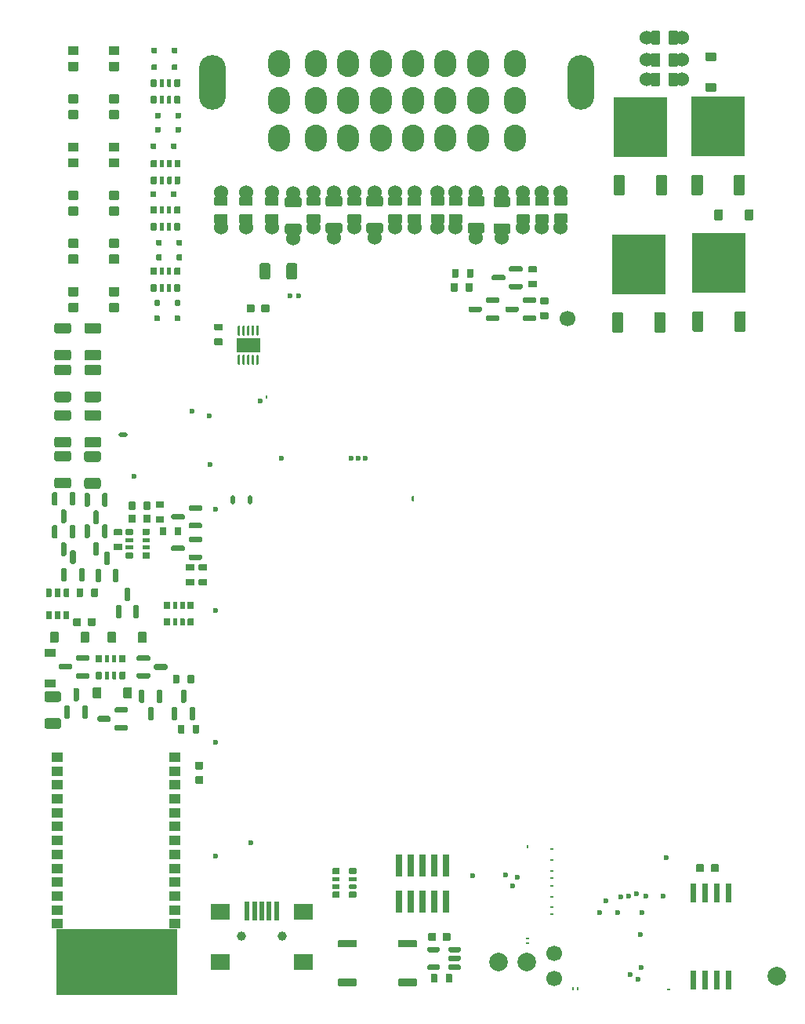
<source format=gts>
G04 #@! TF.GenerationSoftware,KiCad,Pcbnew,(6.0.1)*
G04 #@! TF.CreationDate,2022-09-01T10:58:57+03:00*
G04 #@! TF.ProjectId,alphax_2ch,616c7068-6178-45f3-9263-682e6b696361,b*
G04 #@! TF.SameCoordinates,PX141f5e0PYa2cace0*
G04 #@! TF.FileFunction,Soldermask,Top*
G04 #@! TF.FilePolarity,Negative*
%FSLAX46Y46*%
G04 Gerber Fmt 4.6, Leading zero omitted, Abs format (unit mm)*
G04 Created by KiCad (PCBNEW (6.0.1)) date 2022-09-01 10:58:57*
%MOMM*%
%LPD*%
G01*
G04 APERTURE LIST*
%ADD10C,0.120000*%
%ADD11R,2.600000X1.500000*%
%ADD12O,0.399999X0.200000*%
%ADD13C,0.599999*%
%ADD14C,1.524000*%
%ADD15C,2.000000*%
%ADD16C,1.700000*%
%ADD17C,1.000000*%
%ADD18R,0.500000X2.000000*%
%ADD19R,2.000000X1.700000*%
%ADD20R,5.800000X6.400000*%
%ADD21O,0.499999X0.250000*%
%ADD22O,0.250000X0.499999*%
%ADD23O,1.000001X0.499999*%
%ADD24O,0.200000X0.499999*%
%ADD25R,1.300000X1.000000*%
%ADD26O,2.900000X5.900000*%
%ADD27O,2.400000X2.900000*%
%ADD28O,0.499999X1.000001*%
%ADD29R,0.740000X2.400000*%
G04 APERTURE END LIST*
D10*
G04 #@! TO.C,U4*
X6700000Y200000D02*
X6700000Y7200000D01*
X6700000Y7200000D02*
X19700000Y7200000D01*
X19700000Y7200000D02*
X19700000Y200000D01*
X19700000Y200000D02*
X6700000Y200000D01*
G36*
X19700000Y200000D02*
G01*
X6700000Y200000D01*
X6700000Y7200000D01*
X19700000Y7200000D01*
X19700000Y200000D01*
G37*
X19700000Y200000D02*
X6700000Y200000D01*
X6700000Y7200000D01*
X19700000Y7200000D01*
X19700000Y200000D01*
G04 #@! TD*
G04 #@! TO.C,U1*
G36*
G01*
X28377500Y72320000D02*
X28502500Y72320000D01*
G75*
G02*
X28565000Y72257500I0J-62500D01*
G01*
X28565000Y71332500D01*
G75*
G02*
X28502500Y71270000I-62500J0D01*
G01*
X28377500Y71270000D01*
G75*
G02*
X28315000Y71332500I0J62500D01*
G01*
X28315000Y72257500D01*
G75*
G02*
X28377500Y72320000I62500J0D01*
G01*
G37*
G36*
G01*
X27877500Y72320000D02*
X28002500Y72320000D01*
G75*
G02*
X28065000Y72257500I0J-62500D01*
G01*
X28065000Y71332500D01*
G75*
G02*
X28002500Y71270000I-62500J0D01*
G01*
X27877500Y71270000D01*
G75*
G02*
X27815000Y71332500I0J62500D01*
G01*
X27815000Y72257500D01*
G75*
G02*
X27877500Y72320000I62500J0D01*
G01*
G37*
G36*
G01*
X27377500Y72320000D02*
X27502500Y72320000D01*
G75*
G02*
X27565000Y72257500I0J-62500D01*
G01*
X27565000Y71332500D01*
G75*
G02*
X27502500Y71270000I-62500J0D01*
G01*
X27377500Y71270000D01*
G75*
G02*
X27315000Y71332500I0J62500D01*
G01*
X27315000Y72257500D01*
G75*
G02*
X27377500Y72320000I62500J0D01*
G01*
G37*
G36*
G01*
X26877500Y72320000D02*
X27002500Y72320000D01*
G75*
G02*
X27065000Y72257500I0J-62500D01*
G01*
X27065000Y71332500D01*
G75*
G02*
X27002500Y71270000I-62500J0D01*
G01*
X26877500Y71270000D01*
G75*
G02*
X26815000Y71332500I0J62500D01*
G01*
X26815000Y72257500D01*
G75*
G02*
X26877500Y72320000I62500J0D01*
G01*
G37*
G36*
G01*
X26377500Y72320000D02*
X26502500Y72320000D01*
G75*
G02*
X26565000Y72257500I0J-62500D01*
G01*
X26565000Y71332500D01*
G75*
G02*
X26502500Y71270000I-62500J0D01*
G01*
X26377500Y71270000D01*
G75*
G02*
X26315000Y71332500I0J62500D01*
G01*
X26315000Y72257500D01*
G75*
G02*
X26377500Y72320000I62500J0D01*
G01*
G37*
G36*
G01*
X26377500Y69170000D02*
X26502500Y69170000D01*
G75*
G02*
X26565000Y69107500I0J-62500D01*
G01*
X26565000Y68182500D01*
G75*
G02*
X26502500Y68120000I-62500J0D01*
G01*
X26377500Y68120000D01*
G75*
G02*
X26315000Y68182500I0J62500D01*
G01*
X26315000Y69107500D01*
G75*
G02*
X26377500Y69170000I62500J0D01*
G01*
G37*
G36*
G01*
X26877500Y69170000D02*
X27002500Y69170000D01*
G75*
G02*
X27065000Y69107500I0J-62500D01*
G01*
X27065000Y68182500D01*
G75*
G02*
X27002500Y68120000I-62500J0D01*
G01*
X26877500Y68120000D01*
G75*
G02*
X26815000Y68182500I0J62500D01*
G01*
X26815000Y69107500D01*
G75*
G02*
X26877500Y69170000I62500J0D01*
G01*
G37*
G36*
G01*
X27377500Y69170000D02*
X27502500Y69170000D01*
G75*
G02*
X27565000Y69107500I0J-62500D01*
G01*
X27565000Y68182500D01*
G75*
G02*
X27502500Y68120000I-62500J0D01*
G01*
X27377500Y68120000D01*
G75*
G02*
X27315000Y68182500I0J62500D01*
G01*
X27315000Y69107500D01*
G75*
G02*
X27377500Y69170000I62500J0D01*
G01*
G37*
G36*
G01*
X27877500Y69170000D02*
X28002500Y69170000D01*
G75*
G02*
X28065000Y69107500I0J-62500D01*
G01*
X28065000Y68182500D01*
G75*
G02*
X28002500Y68120000I-62500J0D01*
G01*
X27877500Y68120000D01*
G75*
G02*
X27815000Y68182500I0J62500D01*
G01*
X27815000Y69107500D01*
G75*
G02*
X27877500Y69170000I62500J0D01*
G01*
G37*
G36*
G01*
X28377500Y69170000D02*
X28502500Y69170000D01*
G75*
G02*
X28565000Y69107500I0J-62500D01*
G01*
X28565000Y68182500D01*
G75*
G02*
X28502500Y68120000I-62500J0D01*
G01*
X28377500Y68120000D01*
G75*
G02*
X28315000Y68182500I0J62500D01*
G01*
X28315000Y69107500D01*
G75*
G02*
X28377500Y69170000I62500J0D01*
G01*
G37*
D11*
X27440000Y70220000D03*
G04 #@! TD*
D12*
G04 #@! TO.C,M4*
X60263525Y8795163D03*
X60263525Y9555142D03*
X60263525Y10730135D03*
X60263525Y11905122D03*
X60263525Y12745034D03*
X60263525Y13495106D03*
X60263525Y14670117D03*
X60263525Y15845114D03*
D13*
X70363132Y10805111D03*
X69938124Y8970101D03*
X69388127Y11020109D03*
X68513168Y10805114D03*
X67663145Y10730107D03*
X67338129Y8970101D03*
X66038162Y10280101D03*
X65388145Y8970101D03*
X72563148Y14895116D03*
X72263146Y10820110D03*
G04 #@! TD*
G04 #@! TO.C,R8*
G36*
G01*
X50461417Y83351578D02*
X49211417Y83351578D01*
G75*
G02*
X49111417Y83451578I0J100000D01*
G01*
X49111417Y84251578D01*
G75*
G02*
X49211417Y84351578I100000J0D01*
G01*
X50461417Y84351578D01*
G75*
G02*
X50561417Y84251578I0J-100000D01*
G01*
X50561417Y83451578D01*
G75*
G02*
X50461417Y83351578I-100000J0D01*
G01*
G37*
D14*
X49836417Y82896579D03*
G36*
G01*
X50461417Y85251600D02*
X49211417Y85251600D01*
G75*
G02*
X49111417Y85351600I0J100000D01*
G01*
X49111417Y86151600D01*
G75*
G02*
X49211417Y86251600I100000J0D01*
G01*
X50461417Y86251600D01*
G75*
G02*
X50561417Y86151600I0J-100000D01*
G01*
X50561417Y85351600D01*
G75*
G02*
X50461417Y85251600I-100000J0D01*
G01*
G37*
X49836417Y86706579D03*
G04 #@! TD*
G04 #@! TO.C,R29*
G36*
G01*
X17510000Y53350000D02*
X18290000Y53350000D01*
G75*
G02*
X18360000Y53280000I0J-70000D01*
G01*
X18360000Y52720000D01*
G75*
G02*
X18290000Y52650000I-70000J0D01*
G01*
X17510000Y52650000D01*
G75*
G02*
X17440000Y52720000I0J70000D01*
G01*
X17440000Y53280000D01*
G75*
G02*
X17510000Y53350000I70000J0D01*
G01*
G37*
G36*
G01*
X17510000Y51750000D02*
X18290000Y51750000D01*
G75*
G02*
X18360000Y51680000I0J-70000D01*
G01*
X18360000Y51120000D01*
G75*
G02*
X18290000Y51050000I-70000J0D01*
G01*
X17510000Y51050000D01*
G75*
G02*
X17440000Y51120000I0J70000D01*
G01*
X17440000Y51680000D01*
G75*
G02*
X17510000Y51750000I70000J0D01*
G01*
G37*
G04 #@! TD*
G04 #@! TO.C,R2*
G36*
G01*
X16900000Y76065000D02*
X16900000Y76735000D01*
G75*
G02*
X16965000Y76800000I65000J0D01*
G01*
X17485000Y76800000D01*
G75*
G02*
X17550000Y76735000I0J-65000D01*
G01*
X17550000Y76065000D01*
G75*
G02*
X17485000Y76000000I-65000J0D01*
G01*
X16965000Y76000000D01*
G75*
G02*
X16900000Y76065000I0J65000D01*
G01*
G37*
G36*
G01*
X17875000Y76045000D02*
X17875000Y76755000D01*
G75*
G02*
X17920000Y76800000I45000J0D01*
G01*
X18280000Y76800000D01*
G75*
G02*
X18325000Y76755000I0J-45000D01*
G01*
X18325000Y76045000D01*
G75*
G02*
X18280000Y76000000I-45000J0D01*
G01*
X17920000Y76000000D01*
G75*
G02*
X17875000Y76045000I0J45000D01*
G01*
G37*
G36*
G01*
X18675000Y76045000D02*
X18675000Y76755000D01*
G75*
G02*
X18720000Y76800000I45000J0D01*
G01*
X19080000Y76800000D01*
G75*
G02*
X19125000Y76755000I0J-45000D01*
G01*
X19125000Y76045000D01*
G75*
G02*
X19080000Y76000000I-45000J0D01*
G01*
X18720000Y76000000D01*
G75*
G02*
X18675000Y76045000I0J45000D01*
G01*
G37*
G36*
G01*
X19450000Y76065000D02*
X19450000Y76735000D01*
G75*
G02*
X19515000Y76800000I65000J0D01*
G01*
X20035000Y76800000D01*
G75*
G02*
X20100000Y76735000I0J-65000D01*
G01*
X20100000Y76065000D01*
G75*
G02*
X20035000Y76000000I-65000J0D01*
G01*
X19515000Y76000000D01*
G75*
G02*
X19450000Y76065000I0J65000D01*
G01*
G37*
G36*
G01*
X19450000Y77865000D02*
X19450000Y78535000D01*
G75*
G02*
X19515000Y78600000I65000J0D01*
G01*
X20035000Y78600000D01*
G75*
G02*
X20100000Y78535000I0J-65000D01*
G01*
X20100000Y77865000D01*
G75*
G02*
X20035000Y77800000I-65000J0D01*
G01*
X19515000Y77800000D01*
G75*
G02*
X19450000Y77865000I0J65000D01*
G01*
G37*
G36*
G01*
X18675000Y77845000D02*
X18675000Y78555000D01*
G75*
G02*
X18720000Y78600000I45000J0D01*
G01*
X19080000Y78600000D01*
G75*
G02*
X19125000Y78555000I0J-45000D01*
G01*
X19125000Y77845000D01*
G75*
G02*
X19080000Y77800000I-45000J0D01*
G01*
X18720000Y77800000D01*
G75*
G02*
X18675000Y77845000I0J45000D01*
G01*
G37*
G36*
G01*
X17875000Y77845000D02*
X17875000Y78555000D01*
G75*
G02*
X17920000Y78600000I45000J0D01*
G01*
X18280000Y78600000D01*
G75*
G02*
X18325000Y78555000I0J-45000D01*
G01*
X18325000Y77845000D01*
G75*
G02*
X18280000Y77800000I-45000J0D01*
G01*
X17920000Y77800000D01*
G75*
G02*
X17875000Y77845000I0J45000D01*
G01*
G37*
G36*
G01*
X16900000Y77865000D02*
X16900000Y78535000D01*
G75*
G02*
X16965000Y78600000I65000J0D01*
G01*
X17485000Y78600000D01*
G75*
G02*
X17550000Y78535000I0J-65000D01*
G01*
X17550000Y77865000D01*
G75*
G02*
X17485000Y77800000I-65000J0D01*
G01*
X16965000Y77800000D01*
G75*
G02*
X16900000Y77865000I0J65000D01*
G01*
G37*
G04 #@! TD*
G04 #@! TO.C,R4*
G36*
G01*
X20124000Y90147000D02*
X20124000Y89477000D01*
G75*
G02*
X20059000Y89412000I-65000J0D01*
G01*
X19539000Y89412000D01*
G75*
G02*
X19474000Y89477000I0J65000D01*
G01*
X19474000Y90147000D01*
G75*
G02*
X19539000Y90212000I65000J0D01*
G01*
X20059000Y90212000D01*
G75*
G02*
X20124000Y90147000I0J-65000D01*
G01*
G37*
G36*
G01*
X19149000Y90167000D02*
X19149000Y89457000D01*
G75*
G02*
X19104000Y89412000I-45000J0D01*
G01*
X18744000Y89412000D01*
G75*
G02*
X18699000Y89457000I0J45000D01*
G01*
X18699000Y90167000D01*
G75*
G02*
X18744000Y90212000I45000J0D01*
G01*
X19104000Y90212000D01*
G75*
G02*
X19149000Y90167000I0J-45000D01*
G01*
G37*
G36*
G01*
X18349000Y90167000D02*
X18349000Y89457000D01*
G75*
G02*
X18304000Y89412000I-45000J0D01*
G01*
X17944000Y89412000D01*
G75*
G02*
X17899000Y89457000I0J45000D01*
G01*
X17899000Y90167000D01*
G75*
G02*
X17944000Y90212000I45000J0D01*
G01*
X18304000Y90212000D01*
G75*
G02*
X18349000Y90167000I0J-45000D01*
G01*
G37*
G36*
G01*
X17574000Y90147000D02*
X17574000Y89477000D01*
G75*
G02*
X17509000Y89412000I-65000J0D01*
G01*
X16989000Y89412000D01*
G75*
G02*
X16924000Y89477000I0J65000D01*
G01*
X16924000Y90147000D01*
G75*
G02*
X16989000Y90212000I65000J0D01*
G01*
X17509000Y90212000D01*
G75*
G02*
X17574000Y90147000I0J-65000D01*
G01*
G37*
G36*
G01*
X17574000Y88347000D02*
X17574000Y87677000D01*
G75*
G02*
X17509000Y87612000I-65000J0D01*
G01*
X16989000Y87612000D01*
G75*
G02*
X16924000Y87677000I0J65000D01*
G01*
X16924000Y88347000D01*
G75*
G02*
X16989000Y88412000I65000J0D01*
G01*
X17509000Y88412000D01*
G75*
G02*
X17574000Y88347000I0J-65000D01*
G01*
G37*
G36*
G01*
X18349000Y88367000D02*
X18349000Y87657000D01*
G75*
G02*
X18304000Y87612000I-45000J0D01*
G01*
X17944000Y87612000D01*
G75*
G02*
X17899000Y87657000I0J45000D01*
G01*
X17899000Y88367000D01*
G75*
G02*
X17944000Y88412000I45000J0D01*
G01*
X18304000Y88412000D01*
G75*
G02*
X18349000Y88367000I0J-45000D01*
G01*
G37*
G36*
G01*
X19149000Y88367000D02*
X19149000Y87657000D01*
G75*
G02*
X19104000Y87612000I-45000J0D01*
G01*
X18744000Y87612000D01*
G75*
G02*
X18699000Y87657000I0J45000D01*
G01*
X18699000Y88367000D01*
G75*
G02*
X18744000Y88412000I45000J0D01*
G01*
X19104000Y88412000D01*
G75*
G02*
X19149000Y88367000I0J-45000D01*
G01*
G37*
G36*
G01*
X20124000Y88347000D02*
X20124000Y87677000D01*
G75*
G02*
X20059000Y87612000I-65000J0D01*
G01*
X19539000Y87612000D01*
G75*
G02*
X19474000Y87677000I0J65000D01*
G01*
X19474000Y88347000D01*
G75*
G02*
X19539000Y88412000I65000J0D01*
G01*
X20059000Y88412000D01*
G75*
G02*
X20124000Y88347000I0J-65000D01*
G01*
G37*
G04 #@! TD*
G04 #@! TO.C,C3*
G36*
G01*
X22500000Y22864999D02*
X21820000Y22864999D01*
G75*
G02*
X21735000Y22949999I0J85000D01*
G01*
X21735000Y23629999D01*
G75*
G02*
X21820000Y23714999I85000J0D01*
G01*
X22500000Y23714999D01*
G75*
G02*
X22585000Y23629999I0J-85000D01*
G01*
X22585000Y22949999D01*
G75*
G02*
X22500000Y22864999I-85000J0D01*
G01*
G37*
G36*
G01*
X22500000Y24445001D02*
X21820000Y24445001D01*
G75*
G02*
X21735000Y24530001I0J85000D01*
G01*
X21735000Y25210001D01*
G75*
G02*
X21820000Y25295001I85000J0D01*
G01*
X22500000Y25295001D01*
G75*
G02*
X22585000Y25210001I0J-85000D01*
G01*
X22585000Y24530001D01*
G75*
G02*
X22500000Y24445001I-85000J0D01*
G01*
G37*
G04 #@! TD*
G04 #@! TO.C,R9*
G36*
G01*
X48507571Y83373048D02*
X47257571Y83373048D01*
G75*
G02*
X47157571Y83473048I0J100000D01*
G01*
X47157571Y84273048D01*
G75*
G02*
X47257571Y84373048I100000J0D01*
G01*
X48507571Y84373048D01*
G75*
G02*
X48607571Y84273048I0J-100000D01*
G01*
X48607571Y83473048D01*
G75*
G02*
X48507571Y83373048I-100000J0D01*
G01*
G37*
X47882571Y82918049D03*
G36*
G01*
X48507571Y85273070D02*
X47257571Y85273070D01*
G75*
G02*
X47157571Y85373070I0J100000D01*
G01*
X47157571Y86173070D01*
G75*
G02*
X47257571Y86273070I100000J0D01*
G01*
X48507571Y86273070D01*
G75*
G02*
X48607571Y86173070I0J-100000D01*
G01*
X48607571Y85373070D01*
G75*
G02*
X48507571Y85273070I-100000J0D01*
G01*
G37*
X47882571Y86728049D03*
G04 #@! TD*
G04 #@! TO.C,R21*
G36*
G01*
X8300000Y60094990D02*
X8300000Y59404990D01*
G75*
G02*
X8070000Y59174990I-230000J0D01*
G01*
X6730000Y59174990D01*
G75*
G02*
X6500000Y59404990I0J230000D01*
G01*
X6500000Y60094990D01*
G75*
G02*
X6730000Y60324990I230000J0D01*
G01*
X8070000Y60324990D01*
G75*
G02*
X8300000Y60094990I0J-230000D01*
G01*
G37*
G36*
G01*
X8300000Y62995010D02*
X8300000Y62305010D01*
G75*
G02*
X8070000Y62075010I-230000J0D01*
G01*
X6730000Y62075010D01*
G75*
G02*
X6500000Y62305010I0J230000D01*
G01*
X6500000Y62995010D01*
G75*
G02*
X6730000Y63225010I230000J0D01*
G01*
X8070000Y63225010D01*
G75*
G02*
X8300000Y62995010I0J-230000D01*
G01*
G37*
G04 #@! TD*
D15*
G04 #@! TO.C,J5*
X54500000Y3650000D03*
G04 #@! TD*
D14*
G04 #@! TO.C,F4*
X36700000Y86750000D03*
G36*
G01*
X35800000Y85405010D02*
X35800000Y86095010D01*
G75*
G02*
X36030000Y86325010I230000J0D01*
G01*
X37370000Y86325010D01*
G75*
G02*
X37600000Y86095010I0J-230000D01*
G01*
X37600000Y85405010D01*
G75*
G02*
X37370000Y85175010I-230000J0D01*
G01*
X36030000Y85175010D01*
G75*
G02*
X35800000Y85405010I0J230000D01*
G01*
G37*
X36700000Y81850000D03*
G36*
G01*
X35800000Y82504990D02*
X35800000Y83194990D01*
G75*
G02*
X36030000Y83424990I230000J0D01*
G01*
X37370000Y83424990D01*
G75*
G02*
X37600000Y83194990I0J-230000D01*
G01*
X37600000Y82504990D01*
G75*
G02*
X37370000Y82274990I-230000J0D01*
G01*
X36030000Y82274990D01*
G75*
G02*
X35800000Y82504990I0J230000D01*
G01*
G37*
G04 #@! TD*
G04 #@! TO.C,Q13*
G36*
G01*
X57075000Y76700000D02*
X57075000Y76400000D01*
G75*
G02*
X56925000Y76250000I-150000J0D01*
G01*
X55750000Y76250000D01*
G75*
G02*
X55600000Y76400000I0J150000D01*
G01*
X55600000Y76700000D01*
G75*
G02*
X55750000Y76850000I150000J0D01*
G01*
X56925000Y76850000D01*
G75*
G02*
X57075000Y76700000I0J-150000D01*
G01*
G37*
G36*
G01*
X55200000Y77650000D02*
X55200000Y77350000D01*
G75*
G02*
X55050000Y77200000I-150000J0D01*
G01*
X53875000Y77200000D01*
G75*
G02*
X53725000Y77350000I0J150000D01*
G01*
X53725000Y77650000D01*
G75*
G02*
X53875000Y77800000I150000J0D01*
G01*
X55050000Y77800000D01*
G75*
G02*
X55200000Y77650000I0J-150000D01*
G01*
G37*
G36*
G01*
X57075000Y78600000D02*
X57075000Y78300000D01*
G75*
G02*
X56925000Y78150000I-150000J0D01*
G01*
X55750000Y78150000D01*
G75*
G02*
X55600000Y78300000I0J150000D01*
G01*
X55600000Y78600000D01*
G75*
G02*
X55750000Y78750000I150000J0D01*
G01*
X56925000Y78750000D01*
G75*
G02*
X57075000Y78600000I0J-150000D01*
G01*
G37*
G04 #@! TD*
G04 #@! TO.C,D1*
G36*
G01*
X17561499Y80000000D02*
X18041499Y80000000D01*
G75*
G02*
X18101499Y79940000I0J-60000D01*
G01*
X18101499Y79460000D01*
G75*
G02*
X18041499Y79400000I-60000J0D01*
G01*
X17561499Y79400000D01*
G75*
G02*
X17501499Y79460000I0J60000D01*
G01*
X17501499Y79940000D01*
G75*
G02*
X17561499Y80000000I60000J0D01*
G01*
G37*
G36*
G01*
X19761499Y80000000D02*
X20241499Y80000000D01*
G75*
G02*
X20301499Y79940000I0J-60000D01*
G01*
X20301499Y79460000D01*
G75*
G02*
X20241499Y79400000I-60000J0D01*
G01*
X19761499Y79400000D01*
G75*
G02*
X19701499Y79460000I0J60000D01*
G01*
X19701499Y79940000D01*
G75*
G02*
X19761499Y80000000I60000J0D01*
G01*
G37*
G04 #@! TD*
G04 #@! TO.C,D15*
G36*
G01*
X13399998Y84200001D02*
X12499998Y84200001D01*
G75*
G02*
X12399998Y84300001I0J100000D01*
G01*
X12399998Y85100001D01*
G75*
G02*
X12499998Y85200001I100000J0D01*
G01*
X13399998Y85200001D01*
G75*
G02*
X13499998Y85100001I0J-100000D01*
G01*
X13499998Y84300001D01*
G75*
G02*
X13399998Y84200001I-100000J0D01*
G01*
G37*
G36*
G01*
X13399998Y85900001D02*
X12499998Y85900001D01*
G75*
G02*
X12399998Y86000001I0J100000D01*
G01*
X12399998Y86800001D01*
G75*
G02*
X12499998Y86900001I100000J0D01*
G01*
X13399998Y86900001D01*
G75*
G02*
X13499998Y86800001I0J-100000D01*
G01*
X13499998Y86000001D01*
G75*
G02*
X13399998Y85900001I-100000J0D01*
G01*
G37*
G04 #@! TD*
G04 #@! TO.C,C1*
G36*
G01*
X27284999Y73860000D02*
X27284999Y74540000D01*
G75*
G02*
X27369999Y74625000I85000J0D01*
G01*
X28049999Y74625000D01*
G75*
G02*
X28134999Y74540000I0J-85000D01*
G01*
X28134999Y73860000D01*
G75*
G02*
X28049999Y73775000I-85000J0D01*
G01*
X27369999Y73775000D01*
G75*
G02*
X27284999Y73860000I0J85000D01*
G01*
G37*
G36*
G01*
X28865001Y73860000D02*
X28865001Y74540000D01*
G75*
G02*
X28950001Y74625000I85000J0D01*
G01*
X29630001Y74625000D01*
G75*
G02*
X29715001Y74540000I0J-85000D01*
G01*
X29715001Y73860000D01*
G75*
G02*
X29630001Y73775000I-85000J0D01*
G01*
X28950001Y73775000D01*
G75*
G02*
X28865001Y73860000I0J85000D01*
G01*
G37*
G04 #@! TD*
G04 #@! TO.C,S1*
G36*
G01*
X43730000Y6050001D02*
X45570000Y6050001D01*
G75*
G02*
X45650000Y5970001I0J-80000D01*
G01*
X45650000Y5330001D01*
G75*
G02*
X45570000Y5250001I-80000J0D01*
G01*
X43730000Y5250001D01*
G75*
G02*
X43650000Y5330001I0J80000D01*
G01*
X43650000Y5970001D01*
G75*
G02*
X43730000Y6050001I80000J0D01*
G01*
G37*
G36*
G01*
X43730000Y1850000D02*
X45570000Y1850000D01*
G75*
G02*
X45650000Y1770000I0J-80000D01*
G01*
X45650000Y1130000D01*
G75*
G02*
X45570000Y1050000I-80000J0D01*
G01*
X43730000Y1050000D01*
G75*
G02*
X43650000Y1130000I0J80000D01*
G01*
X43650000Y1770000D01*
G75*
G02*
X43730000Y1850000I80000J0D01*
G01*
G37*
G04 #@! TD*
G04 #@! TO.C,D6*
G36*
G01*
X17058502Y102312502D02*
X17538502Y102312502D01*
G75*
G02*
X17598502Y102252502I0J-60000D01*
G01*
X17598502Y101772502D01*
G75*
G02*
X17538502Y101712502I-60000J0D01*
G01*
X17058502Y101712502D01*
G75*
G02*
X16998502Y101772502I0J60000D01*
G01*
X16998502Y102252502D01*
G75*
G02*
X17058502Y102312502I60000J0D01*
G01*
G37*
G36*
G01*
X19258502Y102312502D02*
X19738502Y102312502D01*
G75*
G02*
X19798502Y102252502I0J-60000D01*
G01*
X19798502Y101772502D01*
G75*
G02*
X19738502Y101712502I-60000J0D01*
G01*
X19258502Y101712502D01*
G75*
G02*
X19198502Y101772502I0J60000D01*
G01*
X19198502Y102252502D01*
G75*
G02*
X19258502Y102312502I60000J0D01*
G01*
G37*
G04 #@! TD*
G04 #@! TO.C,C4*
G36*
G01*
X49305001Y6720000D02*
X49305001Y6040000D01*
G75*
G02*
X49220001Y5955000I-85000J0D01*
G01*
X48540001Y5955000D01*
G75*
G02*
X48455001Y6040000I0J85000D01*
G01*
X48455001Y6720000D01*
G75*
G02*
X48540001Y6805000I85000J0D01*
G01*
X49220001Y6805000D01*
G75*
G02*
X49305001Y6720000I0J-85000D01*
G01*
G37*
G36*
G01*
X47724999Y6720000D02*
X47724999Y6040000D01*
G75*
G02*
X47639999Y5955000I-85000J0D01*
G01*
X46959999Y5955000D01*
G75*
G02*
X46874999Y6040000I0J85000D01*
G01*
X46874999Y6720000D01*
G75*
G02*
X46959999Y6805000I85000J0D01*
G01*
X47639999Y6805000D01*
G75*
G02*
X47724999Y6720000I0J-85000D01*
G01*
G37*
G04 #@! TD*
G04 #@! TO.C,Q1*
G36*
G01*
X14465000Y29110000D02*
X14465000Y28810000D01*
G75*
G02*
X14315000Y28660000I-150000J0D01*
G01*
X13140000Y28660000D01*
G75*
G02*
X12990000Y28810000I0J150000D01*
G01*
X12990000Y29110000D01*
G75*
G02*
X13140000Y29260000I150000J0D01*
G01*
X14315000Y29260000D01*
G75*
G02*
X14465000Y29110000I0J-150000D01*
G01*
G37*
G36*
G01*
X12590000Y30060000D02*
X12590000Y29760000D01*
G75*
G02*
X12440000Y29610000I-150000J0D01*
G01*
X11265000Y29610000D01*
G75*
G02*
X11115000Y29760000I0J150000D01*
G01*
X11115000Y30060000D01*
G75*
G02*
X11265000Y30210000I150000J0D01*
G01*
X12440000Y30210000D01*
G75*
G02*
X12590000Y30060000I0J-150000D01*
G01*
G37*
G36*
G01*
X14465000Y31010000D02*
X14465000Y30710000D01*
G75*
G02*
X14315000Y30560000I-150000J0D01*
G01*
X13140000Y30560000D01*
G75*
G02*
X12990000Y30710000I0J150000D01*
G01*
X12990000Y31010000D01*
G75*
G02*
X13140000Y31160000I150000J0D01*
G01*
X14315000Y31160000D01*
G75*
G02*
X14465000Y31010000I0J-150000D01*
G01*
G37*
G04 #@! TD*
G04 #@! TO.C,R24*
G36*
G01*
X8300000Y64994990D02*
X8300000Y64304990D01*
G75*
G02*
X8070000Y64074990I-230000J0D01*
G01*
X6730000Y64074990D01*
G75*
G02*
X6500000Y64304990I0J230000D01*
G01*
X6500000Y64994990D01*
G75*
G02*
X6730000Y65224990I230000J0D01*
G01*
X8070000Y65224990D01*
G75*
G02*
X8300000Y64994990I0J-230000D01*
G01*
G37*
G36*
G01*
X8300000Y67895010D02*
X8300000Y67205010D01*
G75*
G02*
X8070000Y66975010I-230000J0D01*
G01*
X6730000Y66975010D01*
G75*
G02*
X6500000Y67205010I0J230000D01*
G01*
X6500000Y67895010D01*
G75*
G02*
X6730000Y68125010I230000J0D01*
G01*
X8070000Y68125010D01*
G75*
G02*
X8300000Y67895010I0J-230000D01*
G01*
G37*
G04 #@! TD*
G04 #@! TO.C,D28*
G36*
G01*
X10250000Y39210000D02*
X10250000Y38190000D01*
G75*
G02*
X10160000Y38100000I-90000J0D01*
G01*
X9440000Y38100000D01*
G75*
G02*
X9350000Y38190000I0J90000D01*
G01*
X9350000Y39210000D01*
G75*
G02*
X9440000Y39300000I90000J0D01*
G01*
X10160000Y39300000D01*
G75*
G02*
X10250000Y39210000I0J-90000D01*
G01*
G37*
G36*
G01*
X6950000Y39210000D02*
X6950000Y38190000D01*
G75*
G02*
X6860000Y38100000I-90000J0D01*
G01*
X6140000Y38100000D01*
G75*
G02*
X6050000Y38190000I0J90000D01*
G01*
X6050000Y39210000D01*
G75*
G02*
X6140000Y39300000I90000J0D01*
G01*
X6860000Y39300000D01*
G75*
G02*
X6950000Y39210000I0J-90000D01*
G01*
G37*
G04 #@! TD*
G04 #@! TO.C,D12*
G36*
G01*
X13399998Y79000001D02*
X12499998Y79000001D01*
G75*
G02*
X12399998Y79100001I0J100000D01*
G01*
X12399998Y79900001D01*
G75*
G02*
X12499998Y80000001I100000J0D01*
G01*
X13399998Y80000001D01*
G75*
G02*
X13499998Y79900001I0J-100000D01*
G01*
X13499998Y79100001D01*
G75*
G02*
X13399998Y79000001I-100000J0D01*
G01*
G37*
G36*
G01*
X13399998Y80700001D02*
X12499998Y80700001D01*
G75*
G02*
X12399998Y80800001I0J100000D01*
G01*
X12399998Y81600001D01*
G75*
G02*
X12499998Y81700001I100000J0D01*
G01*
X13399998Y81700001D01*
G75*
G02*
X13499998Y81600001I0J-100000D01*
G01*
X13499998Y80800001D01*
G75*
G02*
X13399998Y80700001I-100000J0D01*
G01*
G37*
G04 #@! TD*
D16*
G04 #@! TO.C,P2*
X61958000Y73100000D03*
G04 #@! TD*
G04 #@! TO.C,R38*
G36*
G01*
X19850000Y28410000D02*
X19850000Y29190000D01*
G75*
G02*
X19920000Y29260000I70000J0D01*
G01*
X20480000Y29260000D01*
G75*
G02*
X20550000Y29190000I0J-70000D01*
G01*
X20550000Y28410000D01*
G75*
G02*
X20480000Y28340000I-70000J0D01*
G01*
X19920000Y28340000D01*
G75*
G02*
X19850000Y28410000I0J70000D01*
G01*
G37*
G36*
G01*
X21450000Y28410000D02*
X21450000Y29190000D01*
G75*
G02*
X21520000Y29260000I70000J0D01*
G01*
X22080000Y29260000D01*
G75*
G02*
X22150000Y29190000I0J-70000D01*
G01*
X22150000Y28410000D01*
G75*
G02*
X22080000Y28340000I-70000J0D01*
G01*
X21520000Y28340000D01*
G75*
G02*
X21450000Y28410000I0J70000D01*
G01*
G37*
G04 #@! TD*
G04 #@! TO.C,D22*
G36*
G01*
X17060000Y100500000D02*
X17540000Y100500000D01*
G75*
G02*
X17600000Y100440000I0J-60000D01*
G01*
X17600000Y99960000D01*
G75*
G02*
X17540000Y99900000I-60000J0D01*
G01*
X17060000Y99900000D01*
G75*
G02*
X17000000Y99960000I0J60000D01*
G01*
X17000000Y100440000D01*
G75*
G02*
X17060000Y100500000I60000J0D01*
G01*
G37*
G36*
G01*
X19260000Y100500000D02*
X19740000Y100500000D01*
G75*
G02*
X19800000Y100440000I0J-60000D01*
G01*
X19800000Y99960000D01*
G75*
G02*
X19740000Y99900000I-60000J0D01*
G01*
X19260000Y99900000D01*
G75*
G02*
X19200000Y99960000I0J60000D01*
G01*
X19200000Y100440000D01*
G75*
G02*
X19260000Y100500000I60000J0D01*
G01*
G37*
G04 #@! TD*
G04 #@! TO.C,R32*
G36*
G01*
X51650000Y76856000D02*
X51650000Y76076000D01*
G75*
G02*
X51580000Y76006000I-70000J0D01*
G01*
X51020000Y76006000D01*
G75*
G02*
X50950000Y76076000I0J70000D01*
G01*
X50950000Y76856000D01*
G75*
G02*
X51020000Y76926000I70000J0D01*
G01*
X51580000Y76926000D01*
G75*
G02*
X51650000Y76856000I0J-70000D01*
G01*
G37*
G36*
G01*
X50050000Y76856000D02*
X50050000Y76076000D01*
G75*
G02*
X49980000Y76006000I-70000J0D01*
G01*
X49420000Y76006000D01*
G75*
G02*
X49350000Y76076000I0J70000D01*
G01*
X49350000Y76856000D01*
G75*
G02*
X49420000Y76926000I70000J0D01*
G01*
X49980000Y76926000D01*
G75*
G02*
X50050000Y76856000I0J-70000D01*
G01*
G37*
G04 #@! TD*
G04 #@! TO.C,D11*
G36*
G01*
X13399998Y94600001D02*
X12499998Y94600001D01*
G75*
G02*
X12399998Y94700001I0J100000D01*
G01*
X12399998Y95500001D01*
G75*
G02*
X12499998Y95600001I100000J0D01*
G01*
X13399998Y95600001D01*
G75*
G02*
X13499998Y95500001I0J-100000D01*
G01*
X13499998Y94700001D01*
G75*
G02*
X13399998Y94600001I-100000J0D01*
G01*
G37*
G36*
G01*
X13399998Y96300001D02*
X12499998Y96300001D01*
G75*
G02*
X12399998Y96400001I0J100000D01*
G01*
X12399998Y97200001D01*
G75*
G02*
X12499998Y97300001I100000J0D01*
G01*
X13399998Y97300001D01*
G75*
G02*
X13499998Y97200001I0J-100000D01*
G01*
X13499998Y96400001D01*
G75*
G02*
X13399998Y96300001I-100000J0D01*
G01*
G37*
G04 #@! TD*
G04 #@! TO.C,R11*
G36*
G01*
X25125000Y83349999D02*
X23875000Y83349999D01*
G75*
G02*
X23775000Y83449999I0J100000D01*
G01*
X23775000Y84249999D01*
G75*
G02*
X23875000Y84349999I100000J0D01*
G01*
X25125000Y84349999D01*
G75*
G02*
X25225000Y84249999I0J-100000D01*
G01*
X25225000Y83449999D01*
G75*
G02*
X25125000Y83349999I-100000J0D01*
G01*
G37*
D14*
X24500000Y82895000D03*
X24500000Y86705000D03*
G36*
G01*
X25125000Y85250021D02*
X23875000Y85250021D01*
G75*
G02*
X23775000Y85350021I0J100000D01*
G01*
X23775000Y86150021D01*
G75*
G02*
X23875000Y86250021I100000J0D01*
G01*
X25125000Y86250021D01*
G75*
G02*
X25225000Y86150021I0J-100000D01*
G01*
X25225000Y85350021D01*
G75*
G02*
X25125000Y85250021I-100000J0D01*
G01*
G37*
G04 #@! TD*
G04 #@! TO.C,R6*
G36*
G01*
X73850001Y104025000D02*
X73850001Y102775000D01*
G75*
G02*
X73750001Y102675000I-100000J0D01*
G01*
X72950001Y102675000D01*
G75*
G02*
X72850001Y102775000I0J100000D01*
G01*
X72850001Y104025000D01*
G75*
G02*
X72950001Y104125000I100000J0D01*
G01*
X73750001Y104125000D01*
G75*
G02*
X73850001Y104025000I0J-100000D01*
G01*
G37*
X74305000Y103400000D03*
G36*
G01*
X71949979Y104025000D02*
X71949979Y102775000D01*
G75*
G02*
X71849979Y102675000I-100000J0D01*
G01*
X71049979Y102675000D01*
G75*
G02*
X70949979Y102775000I0J100000D01*
G01*
X70949979Y104025000D01*
G75*
G02*
X71049979Y104125000I100000J0D01*
G01*
X71849979Y104125000D01*
G75*
G02*
X71949979Y104025000I0J-100000D01*
G01*
G37*
X70495000Y103400000D03*
G04 #@! TD*
D17*
G04 #@! TO.C,J1*
X26710000Y6475000D03*
X31110000Y6475000D03*
D18*
X27310000Y9175000D03*
X28110000Y9175000D03*
X28910000Y9175000D03*
X29710000Y9175000D03*
X30510000Y9175000D03*
D19*
X33360000Y3625000D03*
X24460000Y3625000D03*
X33360000Y9075000D03*
X24460000Y9075000D03*
G04 #@! TD*
G04 #@! TO.C,R36*
G36*
G01*
X11522072Y55654980D02*
X11522072Y54964980D01*
G75*
G02*
X11292072Y54734980I-230000J0D01*
G01*
X9952072Y54734980D01*
G75*
G02*
X9722072Y54964980I0J230000D01*
G01*
X9722072Y55654980D01*
G75*
G02*
X9952072Y55884980I230000J0D01*
G01*
X11292072Y55884980D01*
G75*
G02*
X11522072Y55654980I0J-230000D01*
G01*
G37*
G36*
G01*
X11522072Y58555000D02*
X11522072Y57865000D01*
G75*
G02*
X11292072Y57635000I-230000J0D01*
G01*
X9952072Y57635000D01*
G75*
G02*
X9722072Y57865000I0J230000D01*
G01*
X9722072Y58555000D01*
G75*
G02*
X9952072Y58785000I230000J0D01*
G01*
X11292072Y58785000D01*
G75*
G02*
X11522072Y58555000I0J-230000D01*
G01*
G37*
G04 #@! TD*
G04 #@! TO.C,Q8*
G36*
G01*
X76420000Y86400000D02*
X75460000Y86400000D01*
G75*
G02*
X75340000Y86520000I0J120000D01*
G01*
X75340000Y88480000D01*
G75*
G02*
X75460000Y88600000I120000J0D01*
G01*
X76420000Y88600000D01*
G75*
G02*
X76540000Y88480000I0J-120000D01*
G01*
X76540000Y86520000D01*
G75*
G02*
X76420000Y86400000I-120000J0D01*
G01*
G37*
D20*
X78220000Y93800000D03*
G36*
G01*
X80980000Y86400000D02*
X80020000Y86400000D01*
G75*
G02*
X79900000Y86520000I0J120000D01*
G01*
X79900000Y88480000D01*
G75*
G02*
X80020000Y88600000I120000J0D01*
G01*
X80980000Y88600000D01*
G75*
G02*
X81100000Y88480000I0J-120000D01*
G01*
X81100000Y86520000D01*
G75*
G02*
X80980000Y86400000I-120000J0D01*
G01*
G37*
G04 #@! TD*
G04 #@! TO.C,Q4*
G36*
G01*
X8300000Y50825000D02*
X8600000Y50825000D01*
G75*
G02*
X8750000Y50675000I0J-150000D01*
G01*
X8750000Y49500000D01*
G75*
G02*
X8600000Y49350000I-150000J0D01*
G01*
X8300000Y49350000D01*
G75*
G02*
X8150000Y49500000I0J150000D01*
G01*
X8150000Y50675000D01*
G75*
G02*
X8300000Y50825000I150000J0D01*
G01*
G37*
G36*
G01*
X7350000Y48950000D02*
X7650000Y48950000D01*
G75*
G02*
X7800000Y48800000I0J-150000D01*
G01*
X7800000Y47625000D01*
G75*
G02*
X7650000Y47475000I-150000J0D01*
G01*
X7350000Y47475000D01*
G75*
G02*
X7200000Y47625000I0J150000D01*
G01*
X7200000Y48800000D01*
G75*
G02*
X7350000Y48950000I150000J0D01*
G01*
G37*
G36*
G01*
X6400000Y50825000D02*
X6700000Y50825000D01*
G75*
G02*
X6850000Y50675000I0J-150000D01*
G01*
X6850000Y49500000D01*
G75*
G02*
X6700000Y49350000I-150000J0D01*
G01*
X6400000Y49350000D01*
G75*
G02*
X6250000Y49500000I0J150000D01*
G01*
X6250000Y50675000D01*
G75*
G02*
X6400000Y50825000I150000J0D01*
G01*
G37*
G04 #@! TD*
G04 #@! TO.C,R30*
G36*
G01*
X59808000Y73050000D02*
X59028000Y73050000D01*
G75*
G02*
X58958000Y73120000I0J70000D01*
G01*
X58958000Y73680000D01*
G75*
G02*
X59028000Y73750000I70000J0D01*
G01*
X59808000Y73750000D01*
G75*
G02*
X59878000Y73680000I0J-70000D01*
G01*
X59878000Y73120000D01*
G75*
G02*
X59808000Y73050000I-70000J0D01*
G01*
G37*
G36*
G01*
X59808000Y74650000D02*
X59028000Y74650000D01*
G75*
G02*
X58958000Y74720000I0J70000D01*
G01*
X58958000Y75280000D01*
G75*
G02*
X59028000Y75350000I70000J0D01*
G01*
X59808000Y75350000D01*
G75*
G02*
X59878000Y75280000I0J-70000D01*
G01*
X59878000Y74720000D01*
G75*
G02*
X59808000Y74650000I-70000J0D01*
G01*
G37*
G04 #@! TD*
G04 #@! TO.C,R41*
G36*
G01*
X20760000Y46600000D02*
X21540000Y46600000D01*
G75*
G02*
X21610000Y46530000I0J-70000D01*
G01*
X21610000Y45970000D01*
G75*
G02*
X21540000Y45900000I-70000J0D01*
G01*
X20760000Y45900000D01*
G75*
G02*
X20690000Y45970000I0J70000D01*
G01*
X20690000Y46530000D01*
G75*
G02*
X20760000Y46600000I70000J0D01*
G01*
G37*
G36*
G01*
X20760000Y45000000D02*
X21540000Y45000000D01*
G75*
G02*
X21610000Y44930000I0J-70000D01*
G01*
X21610000Y44370000D01*
G75*
G02*
X21540000Y44300000I-70000J0D01*
G01*
X20760000Y44300000D01*
G75*
G02*
X20690000Y44370000I0J70000D01*
G01*
X20690000Y44930000D01*
G75*
G02*
X20760000Y45000000I70000J0D01*
G01*
G37*
G04 #@! TD*
G04 #@! TO.C,U2*
G36*
G01*
X8100000Y43890000D02*
X8100000Y43110000D01*
G75*
G02*
X8040000Y43050000I-60000J0D01*
G01*
X7560000Y43050000D01*
G75*
G02*
X7500000Y43110000I0J60000D01*
G01*
X7500000Y43890000D01*
G75*
G02*
X7560000Y43950000I60000J0D01*
G01*
X8040000Y43950000D01*
G75*
G02*
X8100000Y43890000I0J-60000D01*
G01*
G37*
G36*
G01*
X7150000Y43890000D02*
X7150000Y43110000D01*
G75*
G02*
X7090000Y43050000I-60000J0D01*
G01*
X6610000Y43050000D01*
G75*
G02*
X6550000Y43110000I0J60000D01*
G01*
X6550000Y43890000D01*
G75*
G02*
X6610000Y43950000I60000J0D01*
G01*
X7090000Y43950000D01*
G75*
G02*
X7150000Y43890000I0J-60000D01*
G01*
G37*
G36*
G01*
X6200000Y43890000D02*
X6200000Y43110000D01*
G75*
G02*
X6140000Y43050000I-60000J0D01*
G01*
X5660000Y43050000D01*
G75*
G02*
X5600000Y43110000I0J60000D01*
G01*
X5600000Y43890000D01*
G75*
G02*
X5660000Y43950000I60000J0D01*
G01*
X6140000Y43950000D01*
G75*
G02*
X6200000Y43890000I0J-60000D01*
G01*
G37*
G36*
G01*
X6200000Y41490000D02*
X6200000Y40710000D01*
G75*
G02*
X6140000Y40650000I-60000J0D01*
G01*
X5660000Y40650000D01*
G75*
G02*
X5600000Y40710000I0J60000D01*
G01*
X5600000Y41490000D01*
G75*
G02*
X5660000Y41550000I60000J0D01*
G01*
X6140000Y41550000D01*
G75*
G02*
X6200000Y41490000I0J-60000D01*
G01*
G37*
G36*
G01*
X7150000Y41490000D02*
X7150000Y40710000D01*
G75*
G02*
X7090000Y40650000I-60000J0D01*
G01*
X6610000Y40650000D01*
G75*
G02*
X6550000Y40710000I0J60000D01*
G01*
X6550000Y41490000D01*
G75*
G02*
X6610000Y41550000I60000J0D01*
G01*
X7090000Y41550000D01*
G75*
G02*
X7150000Y41490000I0J-60000D01*
G01*
G37*
G36*
G01*
X8100000Y41490000D02*
X8100000Y40710000D01*
G75*
G02*
X8040000Y40650000I-60000J0D01*
G01*
X7560000Y40650000D01*
G75*
G02*
X7500000Y40710000I0J60000D01*
G01*
X7500000Y41490000D01*
G75*
G02*
X7560000Y41550000I60000J0D01*
G01*
X8040000Y41550000D01*
G75*
G02*
X8100000Y41490000I0J-60000D01*
G01*
G37*
G04 #@! TD*
G04 #@! TO.C,U5*
G36*
G01*
X50390000Y3260000D02*
X50390000Y2960000D01*
G75*
G02*
X50240000Y2810000I-150000J0D01*
G01*
X49215000Y2810000D01*
G75*
G02*
X49065000Y2960000I0J150000D01*
G01*
X49065000Y3260000D01*
G75*
G02*
X49215000Y3410000I150000J0D01*
G01*
X50240000Y3410000D01*
G75*
G02*
X50390000Y3260000I0J-150000D01*
G01*
G37*
G36*
G01*
X50390000Y4210000D02*
X50390000Y3910000D01*
G75*
G02*
X50240000Y3760000I-150000J0D01*
G01*
X49215000Y3760000D01*
G75*
G02*
X49065000Y3910000I0J150000D01*
G01*
X49065000Y4210000D01*
G75*
G02*
X49215000Y4360000I150000J0D01*
G01*
X50240000Y4360000D01*
G75*
G02*
X50390000Y4210000I0J-150000D01*
G01*
G37*
G36*
G01*
X50390000Y5160000D02*
X50390000Y4860000D01*
G75*
G02*
X50240000Y4710000I-150000J0D01*
G01*
X49215000Y4710000D01*
G75*
G02*
X49065000Y4860000I0J150000D01*
G01*
X49065000Y5160000D01*
G75*
G02*
X49215000Y5310000I150000J0D01*
G01*
X50240000Y5310000D01*
G75*
G02*
X50390000Y5160000I0J-150000D01*
G01*
G37*
G36*
G01*
X48115000Y5160000D02*
X48115000Y4860000D01*
G75*
G02*
X47965000Y4710000I-150000J0D01*
G01*
X46940000Y4710000D01*
G75*
G02*
X46790000Y4860000I0J150000D01*
G01*
X46790000Y5160000D01*
G75*
G02*
X46940000Y5310000I150000J0D01*
G01*
X47965000Y5310000D01*
G75*
G02*
X48115000Y5160000I0J-150000D01*
G01*
G37*
G36*
G01*
X48115000Y3260000D02*
X48115000Y2960000D01*
G75*
G02*
X47965000Y2810000I-150000J0D01*
G01*
X46940000Y2810000D01*
G75*
G02*
X46790000Y2960000I0J150000D01*
G01*
X46790000Y3260000D01*
G75*
G02*
X46940000Y3410000I150000J0D01*
G01*
X47965000Y3410000D01*
G75*
G02*
X48115000Y3260000I0J-150000D01*
G01*
G37*
G04 #@! TD*
G04 #@! TO.C,Q15*
G36*
G01*
X11400000Y44625000D02*
X11100000Y44625000D01*
G75*
G02*
X10950000Y44775000I0J150000D01*
G01*
X10950000Y45950000D01*
G75*
G02*
X11100000Y46100000I150000J0D01*
G01*
X11400000Y46100000D01*
G75*
G02*
X11550000Y45950000I0J-150000D01*
G01*
X11550000Y44775000D01*
G75*
G02*
X11400000Y44625000I-150000J0D01*
G01*
G37*
G36*
G01*
X12350000Y46500000D02*
X12050000Y46500000D01*
G75*
G02*
X11900000Y46650000I0J150000D01*
G01*
X11900000Y47825000D01*
G75*
G02*
X12050000Y47975000I150000J0D01*
G01*
X12350000Y47975000D01*
G75*
G02*
X12500000Y47825000I0J-150000D01*
G01*
X12500000Y46650000D01*
G75*
G02*
X12350000Y46500000I-150000J0D01*
G01*
G37*
G36*
G01*
X13300000Y44625000D02*
X13000000Y44625000D01*
G75*
G02*
X12850000Y44775000I0J150000D01*
G01*
X12850000Y45950000D01*
G75*
G02*
X13000000Y46100000I150000J0D01*
G01*
X13300000Y46100000D01*
G75*
G02*
X13450000Y45950000I0J-150000D01*
G01*
X13450000Y44775000D01*
G75*
G02*
X13300000Y44625000I-150000J0D01*
G01*
G37*
G04 #@! TD*
G04 #@! TO.C,R17*
G36*
G01*
X39525000Y83349999D02*
X38275000Y83349999D01*
G75*
G02*
X38175000Y83449999I0J100000D01*
G01*
X38175000Y84249999D01*
G75*
G02*
X38275000Y84349999I100000J0D01*
G01*
X39525000Y84349999D01*
G75*
G02*
X39625000Y84249999I0J-100000D01*
G01*
X39625000Y83449999D01*
G75*
G02*
X39525000Y83349999I-100000J0D01*
G01*
G37*
D14*
X38900000Y82895000D03*
G36*
G01*
X39525000Y85250021D02*
X38275000Y85250021D01*
G75*
G02*
X38175000Y85350021I0J100000D01*
G01*
X38175000Y86150021D01*
G75*
G02*
X38275000Y86250021I100000J0D01*
G01*
X39525000Y86250021D01*
G75*
G02*
X39625000Y86150021I0J-100000D01*
G01*
X39625000Y85350021D01*
G75*
G02*
X39525000Y85250021I-100000J0D01*
G01*
G37*
X38900000Y86705000D03*
G04 #@! TD*
G04 #@! TO.C,R33*
G36*
G01*
X51750000Y78380000D02*
X51750000Y77600000D01*
G75*
G02*
X51680000Y77530000I-70000J0D01*
G01*
X51120000Y77530000D01*
G75*
G02*
X51050000Y77600000I0J70000D01*
G01*
X51050000Y78380000D01*
G75*
G02*
X51120000Y78450000I70000J0D01*
G01*
X51680000Y78450000D01*
G75*
G02*
X51750000Y78380000I0J-70000D01*
G01*
G37*
G36*
G01*
X50150000Y78380000D02*
X50150000Y77600000D01*
G75*
G02*
X50080000Y77530000I-70000J0D01*
G01*
X49520000Y77530000D01*
G75*
G02*
X49450000Y77600000I0J70000D01*
G01*
X49450000Y78380000D01*
G75*
G02*
X49520000Y78450000I70000J0D01*
G01*
X50080000Y78450000D01*
G75*
G02*
X50150000Y78380000I0J-70000D01*
G01*
G37*
G04 #@! TD*
D21*
G04 #@! TO.C,M8*
X72877495Y726666D03*
D22*
X62527501Y776664D03*
X63027502Y776664D03*
D13*
X69577499Y1826662D03*
X68702497Y2351662D03*
X69877501Y3101660D03*
X69802498Y6651661D03*
G04 #@! TD*
G04 #@! TO.C,Q19*
G36*
G01*
X19652000Y29723000D02*
X19352000Y29723000D01*
G75*
G02*
X19202000Y29873000I0J150000D01*
G01*
X19202000Y31048000D01*
G75*
G02*
X19352000Y31198000I150000J0D01*
G01*
X19652000Y31198000D01*
G75*
G02*
X19802000Y31048000I0J-150000D01*
G01*
X19802000Y29873000D01*
G75*
G02*
X19652000Y29723000I-150000J0D01*
G01*
G37*
G36*
G01*
X20602000Y31598000D02*
X20302000Y31598000D01*
G75*
G02*
X20152000Y31748000I0J150000D01*
G01*
X20152000Y32923000D01*
G75*
G02*
X20302000Y33073000I150000J0D01*
G01*
X20602000Y33073000D01*
G75*
G02*
X20752000Y32923000I0J-150000D01*
G01*
X20752000Y31748000D01*
G75*
G02*
X20602000Y31598000I-150000J0D01*
G01*
G37*
G36*
G01*
X21552000Y29723000D02*
X21252000Y29723000D01*
G75*
G02*
X21102000Y29873000I0J150000D01*
G01*
X21102000Y31048000D01*
G75*
G02*
X21252000Y31198000I150000J0D01*
G01*
X21552000Y31198000D01*
G75*
G02*
X21702000Y31048000I0J-150000D01*
G01*
X21702000Y29873000D01*
G75*
G02*
X21552000Y29723000I-150000J0D01*
G01*
G37*
G04 #@! TD*
G04 #@! TO.C,S2*
G36*
G01*
X37230000Y6050001D02*
X39070000Y6050001D01*
G75*
G02*
X39150000Y5970001I0J-80000D01*
G01*
X39150000Y5330001D01*
G75*
G02*
X39070000Y5250001I-80000J0D01*
G01*
X37230000Y5250001D01*
G75*
G02*
X37150000Y5330001I0J80000D01*
G01*
X37150000Y5970001D01*
G75*
G02*
X37230000Y6050001I80000J0D01*
G01*
G37*
G36*
G01*
X37230000Y1850000D02*
X39070000Y1850000D01*
G75*
G02*
X39150000Y1770000I0J-80000D01*
G01*
X39150000Y1130000D01*
G75*
G02*
X39070000Y1050000I-80000J0D01*
G01*
X37230000Y1050000D01*
G75*
G02*
X37150000Y1130000I0J80000D01*
G01*
X37150000Y1770000D01*
G75*
G02*
X37230000Y1850000I80000J0D01*
G01*
G37*
G04 #@! TD*
G04 #@! TO.C,Q18*
G36*
G01*
X17696000Y33073000D02*
X17996000Y33073000D01*
G75*
G02*
X18146000Y32923000I0J-150000D01*
G01*
X18146000Y31748000D01*
G75*
G02*
X17996000Y31598000I-150000J0D01*
G01*
X17696000Y31598000D01*
G75*
G02*
X17546000Y31748000I0J150000D01*
G01*
X17546000Y32923000D01*
G75*
G02*
X17696000Y33073000I150000J0D01*
G01*
G37*
G36*
G01*
X16746000Y31198000D02*
X17046000Y31198000D01*
G75*
G02*
X17196000Y31048000I0J-150000D01*
G01*
X17196000Y29873000D01*
G75*
G02*
X17046000Y29723000I-150000J0D01*
G01*
X16746000Y29723000D01*
G75*
G02*
X16596000Y29873000I0J150000D01*
G01*
X16596000Y31048000D01*
G75*
G02*
X16746000Y31198000I150000J0D01*
G01*
G37*
G36*
G01*
X15796000Y33073000D02*
X16096000Y33073000D01*
G75*
G02*
X16246000Y32923000I0J-150000D01*
G01*
X16246000Y31748000D01*
G75*
G02*
X16096000Y31598000I-150000J0D01*
G01*
X15796000Y31598000D01*
G75*
G02*
X15646000Y31748000I0J150000D01*
G01*
X15646000Y32923000D01*
G75*
G02*
X15796000Y33073000I150000J0D01*
G01*
G37*
G04 #@! TD*
G04 #@! TO.C,R34*
G36*
G01*
X11550000Y60094990D02*
X11550000Y59404990D01*
G75*
G02*
X11320000Y59174990I-230000J0D01*
G01*
X9980000Y59174990D01*
G75*
G02*
X9750000Y59404990I0J230000D01*
G01*
X9750000Y60094990D01*
G75*
G02*
X9980000Y60324990I230000J0D01*
G01*
X11320000Y60324990D01*
G75*
G02*
X11550000Y60094990I0J-230000D01*
G01*
G37*
G36*
G01*
X11550000Y62995010D02*
X11550000Y62305010D01*
G75*
G02*
X11320000Y62075010I-230000J0D01*
G01*
X9980000Y62075010D01*
G75*
G02*
X9750000Y62305010I0J230000D01*
G01*
X9750000Y62995010D01*
G75*
G02*
X9980000Y63225010I230000J0D01*
G01*
X11320000Y63225010D01*
G75*
G02*
X11550000Y62995010I0J-230000D01*
G01*
G37*
G04 #@! TD*
G04 #@! TO.C,D26*
G36*
G01*
X77800000Y83790000D02*
X77800000Y84810000D01*
G75*
G02*
X77890000Y84900000I90000J0D01*
G01*
X78610000Y84900000D01*
G75*
G02*
X78700000Y84810000I0J-90000D01*
G01*
X78700000Y83790000D01*
G75*
G02*
X78610000Y83700000I-90000J0D01*
G01*
X77890000Y83700000D01*
G75*
G02*
X77800000Y83790000I0J90000D01*
G01*
G37*
G36*
G01*
X81100000Y83790000D02*
X81100000Y84810000D01*
G75*
G02*
X81190000Y84900000I90000J0D01*
G01*
X81910000Y84900000D01*
G75*
G02*
X82000000Y84810000I0J-90000D01*
G01*
X82000000Y83790000D01*
G75*
G02*
X81910000Y83700000I-90000J0D01*
G01*
X81190000Y83700000D01*
G75*
G02*
X81100000Y83790000I0J90000D01*
G01*
G37*
G04 #@! TD*
G04 #@! TO.C,Q22*
G36*
G01*
X10305000Y34710000D02*
X10305000Y34410000D01*
G75*
G02*
X10155000Y34260000I-150000J0D01*
G01*
X8980000Y34260000D01*
G75*
G02*
X8830000Y34410000I0J150000D01*
G01*
X8830000Y34710000D01*
G75*
G02*
X8980000Y34860000I150000J0D01*
G01*
X10155000Y34860000D01*
G75*
G02*
X10305000Y34710000I0J-150000D01*
G01*
G37*
G36*
G01*
X8430000Y35660000D02*
X8430000Y35360000D01*
G75*
G02*
X8280000Y35210000I-150000J0D01*
G01*
X7105000Y35210000D01*
G75*
G02*
X6955000Y35360000I0J150000D01*
G01*
X6955000Y35660000D01*
G75*
G02*
X7105000Y35810000I150000J0D01*
G01*
X8280000Y35810000D01*
G75*
G02*
X8430000Y35660000I0J-150000D01*
G01*
G37*
G36*
G01*
X10305000Y36610000D02*
X10305000Y36310000D01*
G75*
G02*
X10155000Y36160000I-150000J0D01*
G01*
X8980000Y36160000D01*
G75*
G02*
X8830000Y36310000I0J150000D01*
G01*
X8830000Y36610000D01*
G75*
G02*
X8980000Y36760000I150000J0D01*
G01*
X10155000Y36760000D01*
G75*
G02*
X10305000Y36610000I0J-150000D01*
G01*
G37*
G04 #@! TD*
D14*
G04 #@! TO.C,R16*
X45400000Y82895000D03*
G36*
G01*
X46025000Y83349999D02*
X44775000Y83349999D01*
G75*
G02*
X44675000Y83449999I0J100000D01*
G01*
X44675000Y84249999D01*
G75*
G02*
X44775000Y84349999I100000J0D01*
G01*
X46025000Y84349999D01*
G75*
G02*
X46125000Y84249999I0J-100000D01*
G01*
X46125000Y83449999D01*
G75*
G02*
X46025000Y83349999I-100000J0D01*
G01*
G37*
G36*
G01*
X46025000Y85250021D02*
X44775000Y85250021D01*
G75*
G02*
X44675000Y85350021I0J100000D01*
G01*
X44675000Y86150021D01*
G75*
G02*
X44775000Y86250021I100000J0D01*
G01*
X46025000Y86250021D01*
G75*
G02*
X46125000Y86150021I0J-100000D01*
G01*
X46125000Y85350021D01*
G75*
G02*
X46025000Y85250021I-100000J0D01*
G01*
G37*
X45400000Y86705000D03*
G04 #@! TD*
D22*
G04 #@! TO.C,M7*
X57643334Y16087494D03*
D21*
X57593336Y5737500D03*
X57593336Y6237501D03*
D13*
X56543338Y12787498D03*
X56018338Y11912496D03*
X55268340Y13087500D03*
X51718339Y13012497D03*
G04 #@! TD*
G04 #@! TO.C,D9*
G36*
G01*
X8999998Y79000001D02*
X8099998Y79000001D01*
G75*
G02*
X7999998Y79100001I0J100000D01*
G01*
X7999998Y79900001D01*
G75*
G02*
X8099998Y80000001I100000J0D01*
G01*
X8999998Y80000001D01*
G75*
G02*
X9099998Y79900001I0J-100000D01*
G01*
X9099998Y79100001D01*
G75*
G02*
X8999998Y79000001I-100000J0D01*
G01*
G37*
G36*
G01*
X8999998Y80700001D02*
X8099998Y80700001D01*
G75*
G02*
X7999998Y80800001I0J100000D01*
G01*
X7999998Y81600001D01*
G75*
G02*
X8099998Y81700001I100000J0D01*
G01*
X8999998Y81700001D01*
G75*
G02*
X9099998Y81600001I0J-100000D01*
G01*
X9099998Y80800001D01*
G75*
G02*
X8999998Y80700001I-100000J0D01*
G01*
G37*
G04 #@! TD*
D16*
G04 #@! TO.C,P3*
X60510000Y1900000D03*
G04 #@! TD*
G04 #@! TO.C,D8*
G36*
G01*
X19640000Y91406000D02*
X19160000Y91406000D01*
G75*
G02*
X19100000Y91466000I0J60000D01*
G01*
X19100000Y91946000D01*
G75*
G02*
X19160000Y92006000I60000J0D01*
G01*
X19640000Y92006000D01*
G75*
G02*
X19700000Y91946000I0J-60000D01*
G01*
X19700000Y91466000D01*
G75*
G02*
X19640000Y91406000I-60000J0D01*
G01*
G37*
G36*
G01*
X17440000Y91406000D02*
X16960000Y91406000D01*
G75*
G02*
X16900000Y91466000I0J60000D01*
G01*
X16900000Y91946000D01*
G75*
G02*
X16960000Y92006000I60000J0D01*
G01*
X17440000Y92006000D01*
G75*
G02*
X17500000Y91946000I0J-60000D01*
G01*
X17500000Y91466000D01*
G75*
G02*
X17440000Y91406000I-60000J0D01*
G01*
G37*
G04 #@! TD*
D15*
G04 #@! TO.C,J6*
X57550000Y3650000D03*
G04 #@! TD*
G04 #@! TO.C,D14*
G36*
G01*
X8999998Y99800001D02*
X8099998Y99800001D01*
G75*
G02*
X7999998Y99900001I0J100000D01*
G01*
X7999998Y100700001D01*
G75*
G02*
X8099998Y100800001I100000J0D01*
G01*
X8999998Y100800001D01*
G75*
G02*
X9099998Y100700001I0J-100000D01*
G01*
X9099998Y99900001D01*
G75*
G02*
X8999998Y99800001I-100000J0D01*
G01*
G37*
G36*
G01*
X8999998Y101500001D02*
X8099998Y101500001D01*
G75*
G02*
X7999998Y101600001I0J100000D01*
G01*
X7999998Y102400001D01*
G75*
G02*
X8099998Y102500001I100000J0D01*
G01*
X8999998Y102500001D01*
G75*
G02*
X9099998Y102400001I0J-100000D01*
G01*
X9099998Y101600001D01*
G75*
G02*
X8999998Y101500001I-100000J0D01*
G01*
G37*
G04 #@! TD*
D23*
G04 #@! TO.C,M1*
X13891015Y60537887D03*
D24*
X29416015Y64587897D03*
D13*
X15066016Y56037888D03*
X23291016Y57362892D03*
X23273511Y62595386D03*
X21391015Y63087892D03*
X28741008Y64212878D03*
G04 #@! TD*
G04 #@! TO.C,R47*
G36*
G01*
X5430000Y31955010D02*
X5430000Y32645010D01*
G75*
G02*
X5660000Y32875010I230000J0D01*
G01*
X7000000Y32875010D01*
G75*
G02*
X7230000Y32645010I0J-230000D01*
G01*
X7230000Y31955010D01*
G75*
G02*
X7000000Y31725010I-230000J0D01*
G01*
X5660000Y31725010D01*
G75*
G02*
X5430000Y31955010I0J230000D01*
G01*
G37*
G36*
G01*
X5430000Y29054990D02*
X5430000Y29744990D01*
G75*
G02*
X5660000Y29974990I230000J0D01*
G01*
X7000000Y29974990D01*
G75*
G02*
X7230000Y29744990I0J-230000D01*
G01*
X7230000Y29054990D01*
G75*
G02*
X7000000Y28824990I-230000J0D01*
G01*
X5660000Y28824990D01*
G75*
G02*
X5430000Y29054990I0J230000D01*
G01*
G37*
G04 #@! TD*
G04 #@! TO.C,R35*
G36*
G01*
X11550000Y69494990D02*
X11550000Y68804990D01*
G75*
G02*
X11320000Y68574990I-230000J0D01*
G01*
X9980000Y68574990D01*
G75*
G02*
X9750000Y68804990I0J230000D01*
G01*
X9750000Y69494990D01*
G75*
G02*
X9980000Y69724990I230000J0D01*
G01*
X11320000Y69724990D01*
G75*
G02*
X11550000Y69494990I0J-230000D01*
G01*
G37*
G36*
G01*
X11550000Y72395010D02*
X11550000Y71705010D01*
G75*
G02*
X11320000Y71475010I-230000J0D01*
G01*
X9980000Y71475010D01*
G75*
G02*
X9750000Y71705010I0J230000D01*
G01*
X9750000Y72395010D01*
G75*
G02*
X9980000Y72625010I230000J0D01*
G01*
X11320000Y72625010D01*
G75*
G02*
X11550000Y72395010I0J-230000D01*
G01*
G37*
G04 #@! TD*
G04 #@! TO.C,Q14*
G36*
G01*
X54575000Y73300000D02*
X54575000Y73000000D01*
G75*
G02*
X54425000Y72850000I-150000J0D01*
G01*
X53250000Y72850000D01*
G75*
G02*
X53100000Y73000000I0J150000D01*
G01*
X53100000Y73300000D01*
G75*
G02*
X53250000Y73450000I150000J0D01*
G01*
X54425000Y73450000D01*
G75*
G02*
X54575000Y73300000I0J-150000D01*
G01*
G37*
G36*
G01*
X52700000Y74250000D02*
X52700000Y73950000D01*
G75*
G02*
X52550000Y73800000I-150000J0D01*
G01*
X51375000Y73800000D01*
G75*
G02*
X51225000Y73950000I0J150000D01*
G01*
X51225000Y74250000D01*
G75*
G02*
X51375000Y74400000I150000J0D01*
G01*
X52550000Y74400000D01*
G75*
G02*
X52700000Y74250000I0J-150000D01*
G01*
G37*
G36*
G01*
X54575000Y75200000D02*
X54575000Y74900000D01*
G75*
G02*
X54425000Y74750000I-150000J0D01*
G01*
X53250000Y74750000D01*
G75*
G02*
X53100000Y74900000I0J150000D01*
G01*
X53100000Y75200000D01*
G75*
G02*
X53250000Y75350000I150000J0D01*
G01*
X54425000Y75350000D01*
G75*
G02*
X54575000Y75200000I0J-150000D01*
G01*
G37*
G04 #@! TD*
G04 #@! TO.C,D29*
G36*
G01*
X10660000Y32190000D02*
X10660000Y33210000D01*
G75*
G02*
X10750000Y33300000I90000J0D01*
G01*
X11470000Y33300000D01*
G75*
G02*
X11560000Y33210000I0J-90000D01*
G01*
X11560000Y32190000D01*
G75*
G02*
X11470000Y32100000I-90000J0D01*
G01*
X10750000Y32100000D01*
G75*
G02*
X10660000Y32190000I0J90000D01*
G01*
G37*
G36*
G01*
X13960000Y32190000D02*
X13960000Y33210000D01*
G75*
G02*
X14050000Y33300000I90000J0D01*
G01*
X14770000Y33300000D01*
G75*
G02*
X14860000Y33210000I0J-90000D01*
G01*
X14860000Y32190000D01*
G75*
G02*
X14770000Y32100000I-90000J0D01*
G01*
X14050000Y32100000D01*
G75*
G02*
X13960000Y32190000I0J90000D01*
G01*
G37*
G04 #@! TD*
G04 #@! TO.C,C5*
G36*
G01*
X10965001Y40690000D02*
X10965001Y40010000D01*
G75*
G02*
X10880001Y39925000I-85000J0D01*
G01*
X10200001Y39925000D01*
G75*
G02*
X10115001Y40010000I0J85000D01*
G01*
X10115001Y40690000D01*
G75*
G02*
X10200001Y40775000I85000J0D01*
G01*
X10880001Y40775000D01*
G75*
G02*
X10965001Y40690000I0J-85000D01*
G01*
G37*
G36*
G01*
X9384999Y40690000D02*
X9384999Y40010000D01*
G75*
G02*
X9299999Y39925000I-85000J0D01*
G01*
X8619999Y39925000D01*
G75*
G02*
X8534999Y40010000I0J85000D01*
G01*
X8534999Y40690000D01*
G75*
G02*
X8619999Y40775000I85000J0D01*
G01*
X9299999Y40775000D01*
G75*
G02*
X9384999Y40690000I0J-85000D01*
G01*
G37*
G04 #@! TD*
G04 #@! TO.C,D16*
G36*
G01*
X13399998Y89400001D02*
X12499998Y89400001D01*
G75*
G02*
X12399998Y89500001I0J100000D01*
G01*
X12399998Y90300001D01*
G75*
G02*
X12499998Y90400001I100000J0D01*
G01*
X13399998Y90400001D01*
G75*
G02*
X13499998Y90300001I0J-100000D01*
G01*
X13499998Y89500001D01*
G75*
G02*
X13399998Y89400001I-100000J0D01*
G01*
G37*
G36*
G01*
X13399998Y91100001D02*
X12499998Y91100001D01*
G75*
G02*
X12399998Y91200001I0J100000D01*
G01*
X12399998Y92000001D01*
G75*
G02*
X12499998Y92100001I100000J0D01*
G01*
X13399998Y92100001D01*
G75*
G02*
X13499998Y92000001I0J-100000D01*
G01*
X13499998Y91200001D01*
G75*
G02*
X13399998Y91100001I-100000J0D01*
G01*
G37*
G04 #@! TD*
G04 #@! TO.C,M3*
X31025000Y58000000D03*
X38525000Y58000000D03*
X39325000Y58000000D03*
X40125000Y58000000D03*
X32925000Y75525000D03*
X31925000Y75525000D03*
G04 #@! TD*
G04 #@! TO.C,R3*
G36*
G01*
X24627135Y70236000D02*
X23847135Y70236000D01*
G75*
G02*
X23777135Y70306000I0J70000D01*
G01*
X23777135Y70866000D01*
G75*
G02*
X23847135Y70936000I70000J0D01*
G01*
X24627135Y70936000D01*
G75*
G02*
X24697135Y70866000I0J-70000D01*
G01*
X24697135Y70306000D01*
G75*
G02*
X24627135Y70236000I-70000J0D01*
G01*
G37*
G36*
G01*
X24627135Y71836000D02*
X23847135Y71836000D01*
G75*
G02*
X23777135Y71906000I0J70000D01*
G01*
X23777135Y72466000D01*
G75*
G02*
X23847135Y72536000I70000J0D01*
G01*
X24627135Y72536000D01*
G75*
G02*
X24697135Y72466000I0J-70000D01*
G01*
X24697135Y71906000D01*
G75*
G02*
X24627135Y71836000I-70000J0D01*
G01*
G37*
G04 #@! TD*
G04 #@! TO.C,R23*
G36*
G01*
X8300000Y55694990D02*
X8300000Y55004990D01*
G75*
G02*
X8070000Y54774990I-230000J0D01*
G01*
X6730000Y54774990D01*
G75*
G02*
X6500000Y55004990I0J230000D01*
G01*
X6500000Y55694990D01*
G75*
G02*
X6730000Y55924990I230000J0D01*
G01*
X8070000Y55924990D01*
G75*
G02*
X8300000Y55694990I0J-230000D01*
G01*
G37*
G36*
G01*
X8300000Y58595010D02*
X8300000Y57905010D01*
G75*
G02*
X8070000Y57675010I-230000J0D01*
G01*
X6730000Y57675010D01*
G75*
G02*
X6500000Y57905010I0J230000D01*
G01*
X6500000Y58595010D01*
G75*
G02*
X6730000Y58825010I230000J0D01*
G01*
X8070000Y58825010D01*
G75*
G02*
X8300000Y58595010I0J-230000D01*
G01*
G37*
G04 #@! TD*
D14*
G04 #@! TO.C,R10*
X43300000Y82895000D03*
G36*
G01*
X43925000Y83349999D02*
X42675000Y83349999D01*
G75*
G02*
X42575000Y83449999I0J100000D01*
G01*
X42575000Y84249999D01*
G75*
G02*
X42675000Y84349999I100000J0D01*
G01*
X43925000Y84349999D01*
G75*
G02*
X44025000Y84249999I0J-100000D01*
G01*
X44025000Y83449999D01*
G75*
G02*
X43925000Y83349999I-100000J0D01*
G01*
G37*
X43300000Y86705000D03*
G36*
G01*
X43925000Y85250021D02*
X42675000Y85250021D01*
G75*
G02*
X42575000Y85350021I0J100000D01*
G01*
X42575000Y86150021D01*
G75*
G02*
X42675000Y86250021I100000J0D01*
G01*
X43925000Y86250021D01*
G75*
G02*
X44025000Y86150021I0J-100000D01*
G01*
X44025000Y85350021D01*
G75*
G02*
X43925000Y85250021I-100000J0D01*
G01*
G37*
G04 #@! TD*
G04 #@! TO.C,D19*
G36*
G01*
X8999998Y84200001D02*
X8099998Y84200001D01*
G75*
G02*
X7999998Y84300001I0J100000D01*
G01*
X7999998Y85100001D01*
G75*
G02*
X8099998Y85200001I100000J0D01*
G01*
X8999998Y85200001D01*
G75*
G02*
X9099998Y85100001I0J-100000D01*
G01*
X9099998Y84300001D01*
G75*
G02*
X8999998Y84200001I-100000J0D01*
G01*
G37*
G36*
G01*
X8999998Y85900001D02*
X8099998Y85900001D01*
G75*
G02*
X7999998Y86000001I0J100000D01*
G01*
X7999998Y86800001D01*
G75*
G02*
X8099998Y86900001I100000J0D01*
G01*
X8999998Y86900001D01*
G75*
G02*
X9099998Y86800001I0J-100000D01*
G01*
X9099998Y86000001D01*
G75*
G02*
X8999998Y85900001I-100000J0D01*
G01*
G37*
G04 #@! TD*
G04 #@! TO.C,D21*
G36*
G01*
X17438000Y93784000D02*
X17918000Y93784000D01*
G75*
G02*
X17978000Y93724000I0J-60000D01*
G01*
X17978000Y93244000D01*
G75*
G02*
X17918000Y93184000I-60000J0D01*
G01*
X17438000Y93184000D01*
G75*
G02*
X17378000Y93244000I0J60000D01*
G01*
X17378000Y93724000D01*
G75*
G02*
X17438000Y93784000I60000J0D01*
G01*
G37*
G36*
G01*
X19638000Y93784000D02*
X20118000Y93784000D01*
G75*
G02*
X20178000Y93724000I0J-60000D01*
G01*
X20178000Y93244000D01*
G75*
G02*
X20118000Y93184000I-60000J0D01*
G01*
X19638000Y93184000D01*
G75*
G02*
X19578000Y93244000I0J60000D01*
G01*
X19578000Y93724000D01*
G75*
G02*
X19638000Y93784000I60000J0D01*
G01*
G37*
G04 #@! TD*
G04 #@! TO.C,R31*
G36*
G01*
X58550000Y76450000D02*
X57770000Y76450000D01*
G75*
G02*
X57700000Y76520000I0J70000D01*
G01*
X57700000Y77080000D01*
G75*
G02*
X57770000Y77150000I70000J0D01*
G01*
X58550000Y77150000D01*
G75*
G02*
X58620000Y77080000I0J-70000D01*
G01*
X58620000Y76520000D01*
G75*
G02*
X58550000Y76450000I-70000J0D01*
G01*
G37*
G36*
G01*
X58550000Y78050000D02*
X57770000Y78050000D01*
G75*
G02*
X57700000Y78120000I0J70000D01*
G01*
X57700000Y78680000D01*
G75*
G02*
X57770000Y78750000I70000J0D01*
G01*
X58550000Y78750000D01*
G75*
G02*
X58620000Y78680000I0J-70000D01*
G01*
X58620000Y78120000D01*
G75*
G02*
X58550000Y78050000I-70000J0D01*
G01*
G37*
G04 #@! TD*
G04 #@! TO.C,Q17*
G36*
G01*
X11800000Y54275000D02*
X12100000Y54275000D01*
G75*
G02*
X12250000Y54125000I0J-150000D01*
G01*
X12250000Y52950000D01*
G75*
G02*
X12100000Y52800000I-150000J0D01*
G01*
X11800000Y52800000D01*
G75*
G02*
X11650000Y52950000I0J150000D01*
G01*
X11650000Y54125000D01*
G75*
G02*
X11800000Y54275000I150000J0D01*
G01*
G37*
G36*
G01*
X10850000Y52400000D02*
X11150000Y52400000D01*
G75*
G02*
X11300000Y52250000I0J-150000D01*
G01*
X11300000Y51075000D01*
G75*
G02*
X11150000Y50925000I-150000J0D01*
G01*
X10850000Y50925000D01*
G75*
G02*
X10700000Y51075000I0J150000D01*
G01*
X10700000Y52250000D01*
G75*
G02*
X10850000Y52400000I150000J0D01*
G01*
G37*
G36*
G01*
X9900000Y54275000D02*
X10200000Y54275000D01*
G75*
G02*
X10350000Y54125000I0J-150000D01*
G01*
X10350000Y52950000D01*
G75*
G02*
X10200000Y52800000I-150000J0D01*
G01*
X9900000Y52800000D01*
G75*
G02*
X9750000Y52950000I0J150000D01*
G01*
X9750000Y54125000D01*
G75*
G02*
X9900000Y54275000I150000J0D01*
G01*
G37*
G04 #@! TD*
G04 #@! TO.C,R5*
G36*
G01*
X16900000Y96365000D02*
X16900000Y97035000D01*
G75*
G02*
X16965000Y97100000I65000J0D01*
G01*
X17485000Y97100000D01*
G75*
G02*
X17550000Y97035000I0J-65000D01*
G01*
X17550000Y96365000D01*
G75*
G02*
X17485000Y96300000I-65000J0D01*
G01*
X16965000Y96300000D01*
G75*
G02*
X16900000Y96365000I0J65000D01*
G01*
G37*
G36*
G01*
X17875000Y96345000D02*
X17875000Y97055000D01*
G75*
G02*
X17920000Y97100000I45000J0D01*
G01*
X18280000Y97100000D01*
G75*
G02*
X18325000Y97055000I0J-45000D01*
G01*
X18325000Y96345000D01*
G75*
G02*
X18280000Y96300000I-45000J0D01*
G01*
X17920000Y96300000D01*
G75*
G02*
X17875000Y96345000I0J45000D01*
G01*
G37*
G36*
G01*
X18675000Y96345000D02*
X18675000Y97055000D01*
G75*
G02*
X18720000Y97100000I45000J0D01*
G01*
X19080000Y97100000D01*
G75*
G02*
X19125000Y97055000I0J-45000D01*
G01*
X19125000Y96345000D01*
G75*
G02*
X19080000Y96300000I-45000J0D01*
G01*
X18720000Y96300000D01*
G75*
G02*
X18675000Y96345000I0J45000D01*
G01*
G37*
G36*
G01*
X19450000Y96365000D02*
X19450000Y97035000D01*
G75*
G02*
X19515000Y97100000I65000J0D01*
G01*
X20035000Y97100000D01*
G75*
G02*
X20100000Y97035000I0J-65000D01*
G01*
X20100000Y96365000D01*
G75*
G02*
X20035000Y96300000I-65000J0D01*
G01*
X19515000Y96300000D01*
G75*
G02*
X19450000Y96365000I0J65000D01*
G01*
G37*
G36*
G01*
X19450000Y98165000D02*
X19450000Y98835000D01*
G75*
G02*
X19515000Y98900000I65000J0D01*
G01*
X20035000Y98900000D01*
G75*
G02*
X20100000Y98835000I0J-65000D01*
G01*
X20100000Y98165000D01*
G75*
G02*
X20035000Y98100000I-65000J0D01*
G01*
X19515000Y98100000D01*
G75*
G02*
X19450000Y98165000I0J65000D01*
G01*
G37*
G36*
G01*
X18675000Y98145000D02*
X18675000Y98855000D01*
G75*
G02*
X18720000Y98900000I45000J0D01*
G01*
X19080000Y98900000D01*
G75*
G02*
X19125000Y98855000I0J-45000D01*
G01*
X19125000Y98145000D01*
G75*
G02*
X19080000Y98100000I-45000J0D01*
G01*
X18720000Y98100000D01*
G75*
G02*
X18675000Y98145000I0J45000D01*
G01*
G37*
G36*
G01*
X17875000Y98145000D02*
X17875000Y98855000D01*
G75*
G02*
X17920000Y98900000I45000J0D01*
G01*
X18280000Y98900000D01*
G75*
G02*
X18325000Y98855000I0J-45000D01*
G01*
X18325000Y98145000D01*
G75*
G02*
X18280000Y98100000I-45000J0D01*
G01*
X17920000Y98100000D01*
G75*
G02*
X17875000Y98145000I0J45000D01*
G01*
G37*
G36*
G01*
X16900000Y98165000D02*
X16900000Y98835000D01*
G75*
G02*
X16965000Y98900000I65000J0D01*
G01*
X17485000Y98900000D01*
G75*
G02*
X17550000Y98835000I0J-65000D01*
G01*
X17550000Y98165000D01*
G75*
G02*
X17485000Y98100000I-65000J0D01*
G01*
X16965000Y98100000D01*
G75*
G02*
X16900000Y98165000I0J65000D01*
G01*
G37*
G04 #@! TD*
G04 #@! TO.C,D2*
G36*
G01*
X17361499Y75087497D02*
X17841499Y75087497D01*
G75*
G02*
X17901499Y75027497I0J-60000D01*
G01*
X17901499Y74547497D01*
G75*
G02*
X17841499Y74487497I-60000J0D01*
G01*
X17361499Y74487497D01*
G75*
G02*
X17301499Y74547497I0J60000D01*
G01*
X17301499Y75027497D01*
G75*
G02*
X17361499Y75087497I60000J0D01*
G01*
G37*
G36*
G01*
X19561499Y75087497D02*
X20041499Y75087497D01*
G75*
G02*
X20101499Y75027497I0J-60000D01*
G01*
X20101499Y74547497D01*
G75*
G02*
X20041499Y74487497I-60000J0D01*
G01*
X19561499Y74487497D01*
G75*
G02*
X19501499Y74547497I0J60000D01*
G01*
X19501499Y75027497D01*
G75*
G02*
X19561499Y75087497I60000J0D01*
G01*
G37*
G04 #@! TD*
G04 #@! TO.C,R43*
G36*
G01*
X22160000Y46600000D02*
X22940000Y46600000D01*
G75*
G02*
X23010000Y46530000I0J-70000D01*
G01*
X23010000Y45970000D01*
G75*
G02*
X22940000Y45900000I-70000J0D01*
G01*
X22160000Y45900000D01*
G75*
G02*
X22090000Y45970000I0J70000D01*
G01*
X22090000Y46530000D01*
G75*
G02*
X22160000Y46600000I70000J0D01*
G01*
G37*
G36*
G01*
X22160000Y45000000D02*
X22940000Y45000000D01*
G75*
G02*
X23010000Y44930000I0J-70000D01*
G01*
X23010000Y44370000D01*
G75*
G02*
X22940000Y44300000I-70000J0D01*
G01*
X22160000Y44300000D01*
G75*
G02*
X22090000Y44370000I0J70000D01*
G01*
X22090000Y44930000D01*
G75*
G02*
X22160000Y45000000I70000J0D01*
G01*
G37*
G04 #@! TD*
G04 #@! TO.C,D10*
G36*
G01*
X13399998Y73800001D02*
X12499998Y73800001D01*
G75*
G02*
X12399998Y73900001I0J100000D01*
G01*
X12399998Y74700001D01*
G75*
G02*
X12499998Y74800001I100000J0D01*
G01*
X13399998Y74800001D01*
G75*
G02*
X13499998Y74700001I0J-100000D01*
G01*
X13499998Y73900001D01*
G75*
G02*
X13399998Y73800001I-100000J0D01*
G01*
G37*
G36*
G01*
X13399998Y75500001D02*
X12499998Y75500001D01*
G75*
G02*
X12399998Y75600001I0J100000D01*
G01*
X12399998Y76400001D01*
G75*
G02*
X12499998Y76500001I100000J0D01*
G01*
X13399998Y76500001D01*
G75*
G02*
X13499998Y76400001I0J-100000D01*
G01*
X13499998Y75600001D01*
G75*
G02*
X13399998Y75500001I-100000J0D01*
G01*
G37*
G04 #@! TD*
G04 #@! TO.C,Q20*
G36*
G01*
X22475000Y50900000D02*
X22475000Y50600000D01*
G75*
G02*
X22325000Y50450000I-150000J0D01*
G01*
X21150000Y50450000D01*
G75*
G02*
X21000000Y50600000I0J150000D01*
G01*
X21000000Y50900000D01*
G75*
G02*
X21150000Y51050000I150000J0D01*
G01*
X22325000Y51050000D01*
G75*
G02*
X22475000Y50900000I0J-150000D01*
G01*
G37*
G36*
G01*
X20600000Y51850000D02*
X20600000Y51550000D01*
G75*
G02*
X20450000Y51400000I-150000J0D01*
G01*
X19275000Y51400000D01*
G75*
G02*
X19125000Y51550000I0J150000D01*
G01*
X19125000Y51850000D01*
G75*
G02*
X19275000Y52000000I150000J0D01*
G01*
X20450000Y52000000D01*
G75*
G02*
X20600000Y51850000I0J-150000D01*
G01*
G37*
G36*
G01*
X22475000Y52800000D02*
X22475000Y52500000D01*
G75*
G02*
X22325000Y52350000I-150000J0D01*
G01*
X21150000Y52350000D01*
G75*
G02*
X21000000Y52500000I0J150000D01*
G01*
X21000000Y52800000D01*
G75*
G02*
X21150000Y52950000I150000J0D01*
G01*
X22325000Y52950000D01*
G75*
G02*
X22475000Y52800000I0J-150000D01*
G01*
G37*
G04 #@! TD*
G04 #@! TO.C,D23*
G36*
G01*
X8050000Y29895000D02*
X7750000Y29895000D01*
G75*
G02*
X7600000Y30045000I0J150000D01*
G01*
X7600000Y31220000D01*
G75*
G02*
X7750000Y31370000I150000J0D01*
G01*
X8050000Y31370000D01*
G75*
G02*
X8200000Y31220000I0J-150000D01*
G01*
X8200000Y30045000D01*
G75*
G02*
X8050000Y29895000I-150000J0D01*
G01*
G37*
G36*
G01*
X9000000Y31770000D02*
X8700000Y31770000D01*
G75*
G02*
X8550000Y31920000I0J150000D01*
G01*
X8550000Y33095000D01*
G75*
G02*
X8700000Y33245000I150000J0D01*
G01*
X9000000Y33245000D01*
G75*
G02*
X9150000Y33095000I0J-150000D01*
G01*
X9150000Y31920000D01*
G75*
G02*
X9000000Y31770000I-150000J0D01*
G01*
G37*
G36*
G01*
X9950000Y29895000D02*
X9650000Y29895000D01*
G75*
G02*
X9500000Y30045000I0J150000D01*
G01*
X9500000Y31220000D01*
G75*
G02*
X9650000Y31370000I150000J0D01*
G01*
X9950000Y31370000D01*
G75*
G02*
X10100000Y31220000I0J-150000D01*
G01*
X10100000Y30045000D01*
G75*
G02*
X9950000Y29895000I-150000J0D01*
G01*
G37*
G04 #@! TD*
G04 #@! TO.C,D17*
G36*
G01*
X8999998Y94600001D02*
X8099998Y94600001D01*
G75*
G02*
X7999998Y94700001I0J100000D01*
G01*
X7999998Y95500001D01*
G75*
G02*
X8099998Y95600001I100000J0D01*
G01*
X8999998Y95600001D01*
G75*
G02*
X9099998Y95500001I0J-100000D01*
G01*
X9099998Y94700001D01*
G75*
G02*
X8999998Y94600001I-100000J0D01*
G01*
G37*
G36*
G01*
X8999998Y96300001D02*
X8099998Y96300001D01*
G75*
G02*
X7999998Y96400001I0J100000D01*
G01*
X7999998Y97200001D01*
G75*
G02*
X8099998Y97300001I100000J0D01*
G01*
X8999998Y97300001D01*
G75*
G02*
X9099998Y97200001I0J-100000D01*
G01*
X9099998Y96400001D01*
G75*
G02*
X8999998Y96300001I-100000J0D01*
G01*
G37*
G04 #@! TD*
G04 #@! TO.C,R19*
X30000000Y82895000D03*
G36*
G01*
X30625000Y83349999D02*
X29375000Y83349999D01*
G75*
G02*
X29275000Y83449999I0J100000D01*
G01*
X29275000Y84249999D01*
G75*
G02*
X29375000Y84349999I100000J0D01*
G01*
X30625000Y84349999D01*
G75*
G02*
X30725000Y84249999I0J-100000D01*
G01*
X30725000Y83449999D01*
G75*
G02*
X30625000Y83349999I-100000J0D01*
G01*
G37*
X30000000Y86705000D03*
G36*
G01*
X30625000Y85250021D02*
X29375000Y85250021D01*
G75*
G02*
X29275000Y85350021I0J100000D01*
G01*
X29275000Y86150021D01*
G75*
G02*
X29375000Y86250021I100000J0D01*
G01*
X30625000Y86250021D01*
G75*
G02*
X30725000Y86150021I0J-100000D01*
G01*
X30725000Y85350021D01*
G75*
G02*
X30625000Y85250021I-100000J0D01*
G01*
G37*
G04 #@! TD*
G04 #@! TO.C,Q5*
G36*
G01*
X8300000Y54375000D02*
X8600000Y54375000D01*
G75*
G02*
X8750000Y54225000I0J-150000D01*
G01*
X8750000Y53050000D01*
G75*
G02*
X8600000Y52900000I-150000J0D01*
G01*
X8300000Y52900000D01*
G75*
G02*
X8150000Y53050000I0J150000D01*
G01*
X8150000Y54225000D01*
G75*
G02*
X8300000Y54375000I150000J0D01*
G01*
G37*
G36*
G01*
X7350000Y52500000D02*
X7650000Y52500000D01*
G75*
G02*
X7800000Y52350000I0J-150000D01*
G01*
X7800000Y51175000D01*
G75*
G02*
X7650000Y51025000I-150000J0D01*
G01*
X7350000Y51025000D01*
G75*
G02*
X7200000Y51175000I0J150000D01*
G01*
X7200000Y52350000D01*
G75*
G02*
X7350000Y52500000I150000J0D01*
G01*
G37*
G36*
G01*
X6400000Y54375000D02*
X6700000Y54375000D01*
G75*
G02*
X6850000Y54225000I0J-150000D01*
G01*
X6850000Y53050000D01*
G75*
G02*
X6700000Y52900000I-150000J0D01*
G01*
X6400000Y52900000D01*
G75*
G02*
X6250000Y53050000I0J150000D01*
G01*
X6250000Y54225000D01*
G75*
G02*
X6400000Y54375000I150000J0D01*
G01*
G37*
G04 #@! TD*
G04 #@! TO.C,Q12*
G36*
G01*
X58553000Y73300000D02*
X58553000Y73000000D01*
G75*
G02*
X58403000Y72850000I-150000J0D01*
G01*
X57228000Y72850000D01*
G75*
G02*
X57078000Y73000000I0J150000D01*
G01*
X57078000Y73300000D01*
G75*
G02*
X57228000Y73450000I150000J0D01*
G01*
X58403000Y73450000D01*
G75*
G02*
X58553000Y73300000I0J-150000D01*
G01*
G37*
G36*
G01*
X56678000Y74250000D02*
X56678000Y73950000D01*
G75*
G02*
X56528000Y73800000I-150000J0D01*
G01*
X55353000Y73800000D01*
G75*
G02*
X55203000Y73950000I0J150000D01*
G01*
X55203000Y74250000D01*
G75*
G02*
X55353000Y74400000I150000J0D01*
G01*
X56528000Y74400000D01*
G75*
G02*
X56678000Y74250000I0J-150000D01*
G01*
G37*
G36*
G01*
X58553000Y75200000D02*
X58553000Y74900000D01*
G75*
G02*
X58403000Y74750000I-150000J0D01*
G01*
X57228000Y74750000D01*
G75*
G02*
X57078000Y74900000I0J150000D01*
G01*
X57078000Y75200000D01*
G75*
G02*
X57228000Y75350000I150000J0D01*
G01*
X58403000Y75350000D01*
G75*
G02*
X58553000Y75200000I0J-150000D01*
G01*
G37*
G04 #@! TD*
G04 #@! TO.C,Q2*
G36*
G01*
X7700000Y44725000D02*
X7400000Y44725000D01*
G75*
G02*
X7250000Y44875000I0J150000D01*
G01*
X7250000Y46050000D01*
G75*
G02*
X7400000Y46200000I150000J0D01*
G01*
X7700000Y46200000D01*
G75*
G02*
X7850000Y46050000I0J-150000D01*
G01*
X7850000Y44875000D01*
G75*
G02*
X7700000Y44725000I-150000J0D01*
G01*
G37*
G36*
G01*
X8650000Y46600000D02*
X8350000Y46600000D01*
G75*
G02*
X8200000Y46750000I0J150000D01*
G01*
X8200000Y47925000D01*
G75*
G02*
X8350000Y48075000I150000J0D01*
G01*
X8650000Y48075000D01*
G75*
G02*
X8800000Y47925000I0J-150000D01*
G01*
X8800000Y46750000D01*
G75*
G02*
X8650000Y46600000I-150000J0D01*
G01*
G37*
G36*
G01*
X9600000Y44725000D02*
X9300000Y44725000D01*
G75*
G02*
X9150000Y44875000I0J150000D01*
G01*
X9150000Y46050000D01*
G75*
G02*
X9300000Y46200000I150000J0D01*
G01*
X9600000Y46200000D01*
G75*
G02*
X9750000Y46050000I0J-150000D01*
G01*
X9750000Y44875000D01*
G75*
G02*
X9600000Y44725000I-150000J0D01*
G01*
G37*
G04 #@! TD*
G04 #@! TO.C,R48*
G36*
G01*
X8890000Y43130000D02*
X8890000Y43910000D01*
G75*
G02*
X8960000Y43980000I70000J0D01*
G01*
X9520000Y43980000D01*
G75*
G02*
X9590000Y43910000I0J-70000D01*
G01*
X9590000Y43130000D01*
G75*
G02*
X9520000Y43060000I-70000J0D01*
G01*
X8960000Y43060000D01*
G75*
G02*
X8890000Y43130000I0J70000D01*
G01*
G37*
G36*
G01*
X10490000Y43130000D02*
X10490000Y43910000D01*
G75*
G02*
X10560000Y43980000I70000J0D01*
G01*
X11120000Y43980000D01*
G75*
G02*
X11190000Y43910000I0J-70000D01*
G01*
X11190000Y43130000D01*
G75*
G02*
X11120000Y43060000I-70000J0D01*
G01*
X10560000Y43060000D01*
G75*
G02*
X10490000Y43130000I0J70000D01*
G01*
G37*
G04 #@! TD*
G04 #@! TO.C,D3*
G36*
G01*
X17438000Y95308000D02*
X17918000Y95308000D01*
G75*
G02*
X17978000Y95248000I0J-60000D01*
G01*
X17978000Y94768000D01*
G75*
G02*
X17918000Y94708000I-60000J0D01*
G01*
X17438000Y94708000D01*
G75*
G02*
X17378000Y94768000I0J60000D01*
G01*
X17378000Y95248000D01*
G75*
G02*
X17438000Y95308000I60000J0D01*
G01*
G37*
G36*
G01*
X19638000Y95308000D02*
X20118000Y95308000D01*
G75*
G02*
X20178000Y95248000I0J-60000D01*
G01*
X20178000Y94768000D01*
G75*
G02*
X20118000Y94708000I-60000J0D01*
G01*
X19638000Y94708000D01*
G75*
G02*
X19578000Y94768000I0J60000D01*
G01*
X19578000Y95248000D01*
G75*
G02*
X19638000Y95308000I60000J0D01*
G01*
G37*
G04 #@! TD*
G04 #@! TO.C,U3*
G36*
G01*
X79071300Y12100000D02*
X79578700Y12100000D01*
G75*
G02*
X79620000Y12058700I0J-41300D01*
G01*
X79620000Y10121300D01*
G75*
G02*
X79578700Y10080000I-41300J0D01*
G01*
X79071300Y10080000D01*
G75*
G02*
X79030000Y10121300I0J41300D01*
G01*
X79030000Y12058700D01*
G75*
G02*
X79071300Y12100000I41300J0D01*
G01*
G37*
G36*
G01*
X77801300Y12100000D02*
X78308700Y12100000D01*
G75*
G02*
X78350000Y12058700I0J-41300D01*
G01*
X78350000Y10121300D01*
G75*
G02*
X78308700Y10080000I-41300J0D01*
G01*
X77801300Y10080000D01*
G75*
G02*
X77760000Y10121300I0J41300D01*
G01*
X77760000Y12058700D01*
G75*
G02*
X77801300Y12100000I41300J0D01*
G01*
G37*
G36*
G01*
X76531300Y12100000D02*
X77038700Y12100000D01*
G75*
G02*
X77080000Y12058700I0J-41300D01*
G01*
X77080000Y10121300D01*
G75*
G02*
X77038700Y10080000I-41300J0D01*
G01*
X76531300Y10080000D01*
G75*
G02*
X76490000Y10121300I0J41300D01*
G01*
X76490000Y12058700D01*
G75*
G02*
X76531300Y12100000I41300J0D01*
G01*
G37*
G36*
G01*
X75261300Y12100000D02*
X75768700Y12100000D01*
G75*
G02*
X75810000Y12058700I0J-41300D01*
G01*
X75810000Y10121300D01*
G75*
G02*
X75768700Y10080000I-41300J0D01*
G01*
X75261300Y10080000D01*
G75*
G02*
X75220000Y10121300I0J41300D01*
G01*
X75220000Y12058700D01*
G75*
G02*
X75261300Y12100000I41300J0D01*
G01*
G37*
G36*
G01*
X75261300Y2740000D02*
X75768700Y2740000D01*
G75*
G02*
X75810000Y2698700I0J-41300D01*
G01*
X75810000Y761300D01*
G75*
G02*
X75768700Y720000I-41300J0D01*
G01*
X75261300Y720000D01*
G75*
G02*
X75220000Y761300I0J41300D01*
G01*
X75220000Y2698700D01*
G75*
G02*
X75261300Y2740000I41300J0D01*
G01*
G37*
G36*
G01*
X76531300Y2740000D02*
X77038700Y2740000D01*
G75*
G02*
X77080000Y2698700I0J-41300D01*
G01*
X77080000Y761300D01*
G75*
G02*
X77038700Y720000I-41300J0D01*
G01*
X76531300Y720000D01*
G75*
G02*
X76490000Y761300I0J41300D01*
G01*
X76490000Y2698700D01*
G75*
G02*
X76531300Y2740000I41300J0D01*
G01*
G37*
G36*
G01*
X77801300Y2740000D02*
X78308700Y2740000D01*
G75*
G02*
X78350000Y2698700I0J-41300D01*
G01*
X78350000Y761300D01*
G75*
G02*
X78308700Y720000I-41300J0D01*
G01*
X77801300Y720000D01*
G75*
G02*
X77760000Y761300I0J41300D01*
G01*
X77760000Y2698700D01*
G75*
G02*
X77801300Y2740000I41300J0D01*
G01*
G37*
G36*
G01*
X79071300Y2740000D02*
X79578700Y2740000D01*
G75*
G02*
X79620000Y2698700I0J-41300D01*
G01*
X79620000Y761300D01*
G75*
G02*
X79578700Y720000I-41300J0D01*
G01*
X79071300Y720000D01*
G75*
G02*
X79030000Y761300I0J41300D01*
G01*
X79030000Y2698700D01*
G75*
G02*
X79071300Y2740000I41300J0D01*
G01*
G37*
G04 #@! TD*
G04 #@! TO.C,Q16*
G36*
G01*
X11800000Y50875000D02*
X12100000Y50875000D01*
G75*
G02*
X12250000Y50725000I0J-150000D01*
G01*
X12250000Y49550000D01*
G75*
G02*
X12100000Y49400000I-150000J0D01*
G01*
X11800000Y49400000D01*
G75*
G02*
X11650000Y49550000I0J150000D01*
G01*
X11650000Y50725000D01*
G75*
G02*
X11800000Y50875000I150000J0D01*
G01*
G37*
G36*
G01*
X10850000Y49000000D02*
X11150000Y49000000D01*
G75*
G02*
X11300000Y48850000I0J-150000D01*
G01*
X11300000Y47675000D01*
G75*
G02*
X11150000Y47525000I-150000J0D01*
G01*
X10850000Y47525000D01*
G75*
G02*
X10700000Y47675000I0J150000D01*
G01*
X10700000Y48850000D01*
G75*
G02*
X10850000Y49000000I150000J0D01*
G01*
G37*
G36*
G01*
X9900000Y50875000D02*
X10200000Y50875000D01*
G75*
G02*
X10350000Y50725000I0J-150000D01*
G01*
X10350000Y49550000D01*
G75*
G02*
X10200000Y49400000I-150000J0D01*
G01*
X9900000Y49400000D01*
G75*
G02*
X9750000Y49550000I0J150000D01*
G01*
X9750000Y50725000D01*
G75*
G02*
X9900000Y50875000I150000J0D01*
G01*
G37*
G04 #@! TD*
D25*
G04 #@! TO.C,U4*
X19550000Y7775000D03*
X19550000Y9275000D03*
X19550000Y10775000D03*
X19550000Y12275000D03*
X19550000Y13775000D03*
X19550000Y15275000D03*
X19550000Y16775000D03*
X19550000Y18275000D03*
X19550000Y19775000D03*
X19550000Y21275000D03*
X19550000Y22775000D03*
X19550000Y24275000D03*
X19550000Y25775000D03*
X6850000Y25775000D03*
X6850000Y24275000D03*
X6850000Y22775000D03*
X6850000Y21275000D03*
X6850000Y19775000D03*
X6850000Y18275000D03*
X6850000Y16775000D03*
X6850000Y15275000D03*
X6850000Y13775000D03*
X6850000Y12275000D03*
X6850000Y10775000D03*
X6850000Y9275000D03*
X6850000Y7775000D03*
G04 #@! TD*
D14*
G04 #@! TO.C,F1*
X54846000Y86700000D03*
G36*
G01*
X53946000Y85355010D02*
X53946000Y86045010D01*
G75*
G02*
X54176000Y86275010I230000J0D01*
G01*
X55516000Y86275010D01*
G75*
G02*
X55746000Y86045010I0J-230000D01*
G01*
X55746000Y85355010D01*
G75*
G02*
X55516000Y85125010I-230000J0D01*
G01*
X54176000Y85125010D01*
G75*
G02*
X53946000Y85355010I0J230000D01*
G01*
G37*
X54846000Y81800000D03*
G36*
G01*
X53946000Y82454990D02*
X53946000Y83144990D01*
G75*
G02*
X54176000Y83374990I230000J0D01*
G01*
X55516000Y83374990D01*
G75*
G02*
X55746000Y83144990I0J-230000D01*
G01*
X55746000Y82454990D01*
G75*
G02*
X55516000Y82224990I-230000J0D01*
G01*
X54176000Y82224990D01*
G75*
G02*
X53946000Y82454990I0J230000D01*
G01*
G37*
G04 #@! TD*
G04 #@! TO.C,R14*
G36*
G01*
X70949999Y98275000D02*
X70949999Y99525000D01*
G75*
G02*
X71049999Y99625000I100000J0D01*
G01*
X71849999Y99625000D01*
G75*
G02*
X71949999Y99525000I0J-100000D01*
G01*
X71949999Y98275000D01*
G75*
G02*
X71849999Y98175000I-100000J0D01*
G01*
X71049999Y98175000D01*
G75*
G02*
X70949999Y98275000I0J100000D01*
G01*
G37*
X70495000Y98900000D03*
G36*
G01*
X72850021Y98275000D02*
X72850021Y99525000D01*
G75*
G02*
X72950021Y99625000I100000J0D01*
G01*
X73750021Y99625000D01*
G75*
G02*
X73850021Y99525000I0J-100000D01*
G01*
X73850021Y98275000D01*
G75*
G02*
X73750021Y98175000I-100000J0D01*
G01*
X72950021Y98175000D01*
G75*
G02*
X72850021Y98275000I0J100000D01*
G01*
G37*
X74305000Y98900000D03*
G04 #@! TD*
G04 #@! TO.C,D5*
G36*
G01*
X17360000Y73400000D02*
X17840000Y73400000D01*
G75*
G02*
X17900000Y73340000I0J-60000D01*
G01*
X17900000Y72860000D01*
G75*
G02*
X17840000Y72800000I-60000J0D01*
G01*
X17360000Y72800000D01*
G75*
G02*
X17300000Y72860000I0J60000D01*
G01*
X17300000Y73340000D01*
G75*
G02*
X17360000Y73400000I60000J0D01*
G01*
G37*
G36*
G01*
X19560000Y73400000D02*
X20040000Y73400000D01*
G75*
G02*
X20100000Y73340000I0J-60000D01*
G01*
X20100000Y72860000D01*
G75*
G02*
X20040000Y72800000I-60000J0D01*
G01*
X19560000Y72800000D01*
G75*
G02*
X19500000Y72860000I0J60000D01*
G01*
X19500000Y73340000D01*
G75*
G02*
X19560000Y73400000I60000J0D01*
G01*
G37*
G04 #@! TD*
G04 #@! TO.C,F3*
X41100000Y86750000D03*
G36*
G01*
X40200000Y85405010D02*
X40200000Y86095010D01*
G75*
G02*
X40430000Y86325010I230000J0D01*
G01*
X41770000Y86325010D01*
G75*
G02*
X42000000Y86095010I0J-230000D01*
G01*
X42000000Y85405010D01*
G75*
G02*
X41770000Y85175010I-230000J0D01*
G01*
X40430000Y85175010D01*
G75*
G02*
X40200000Y85405010I0J230000D01*
G01*
G37*
X41100000Y81850000D03*
G36*
G01*
X40200000Y82504990D02*
X40200000Y83194990D01*
G75*
G02*
X40430000Y83424990I230000J0D01*
G01*
X41770000Y83424990D01*
G75*
G02*
X42000000Y83194990I0J-230000D01*
G01*
X42000000Y82504990D01*
G75*
G02*
X41770000Y82274990I-230000J0D01*
G01*
X40430000Y82274990D01*
G75*
G02*
X40200000Y82504990I0J230000D01*
G01*
G37*
G04 #@! TD*
G04 #@! TO.C,R40*
G36*
G01*
X31805010Y79100000D02*
X32495010Y79100000D01*
G75*
G02*
X32725010Y78870000I0J-230000D01*
G01*
X32725010Y77530000D01*
G75*
G02*
X32495010Y77300000I-230000J0D01*
G01*
X31805010Y77300000D01*
G75*
G02*
X31575010Y77530000I0J230000D01*
G01*
X31575010Y78870000D01*
G75*
G02*
X31805010Y79100000I230000J0D01*
G01*
G37*
G36*
G01*
X28904990Y79100000D02*
X29594990Y79100000D01*
G75*
G02*
X29824990Y78870000I0J-230000D01*
G01*
X29824990Y77530000D01*
G75*
G02*
X29594990Y77300000I-230000J0D01*
G01*
X28904990Y77300000D01*
G75*
G02*
X28674990Y77530000I0J230000D01*
G01*
X28674990Y78870000D01*
G75*
G02*
X28904990Y79100000I230000J0D01*
G01*
G37*
G04 #@! TD*
G04 #@! TO.C,Q7*
G36*
G01*
X67990000Y86390000D02*
X67030000Y86390000D01*
G75*
G02*
X66910000Y86510000I0J120000D01*
G01*
X66910000Y88470000D01*
G75*
G02*
X67030000Y88590000I120000J0D01*
G01*
X67990000Y88590000D01*
G75*
G02*
X68110000Y88470000I0J-120000D01*
G01*
X68110000Y86510000D01*
G75*
G02*
X67990000Y86390000I-120000J0D01*
G01*
G37*
D20*
X69790000Y93790000D03*
G36*
G01*
X72550000Y86390000D02*
X71590000Y86390000D01*
G75*
G02*
X71470000Y86510000I0J120000D01*
G01*
X71470000Y88470000D01*
G75*
G02*
X71590000Y88590000I120000J0D01*
G01*
X72550000Y88590000D01*
G75*
G02*
X72670000Y88470000I0J-120000D01*
G01*
X72670000Y86510000D01*
G75*
G02*
X72550000Y86390000I-120000J0D01*
G01*
G37*
G04 #@! TD*
G04 #@! TO.C,Q6*
G36*
G01*
X67810000Y71570000D02*
X66850000Y71570000D01*
G75*
G02*
X66730000Y71690000I0J120000D01*
G01*
X66730000Y73650000D01*
G75*
G02*
X66850000Y73770000I120000J0D01*
G01*
X67810000Y73770000D01*
G75*
G02*
X67930000Y73650000I0J-120000D01*
G01*
X67930000Y71690000D01*
G75*
G02*
X67810000Y71570000I-120000J0D01*
G01*
G37*
X69610000Y78970000D03*
G36*
G01*
X72370000Y71570000D02*
X71410000Y71570000D01*
G75*
G02*
X71290000Y71690000I0J120000D01*
G01*
X71290000Y73650000D01*
G75*
G02*
X71410000Y73770000I120000J0D01*
G01*
X72370000Y73770000D01*
G75*
G02*
X72490000Y73650000I0J-120000D01*
G01*
X72490000Y71690000D01*
G75*
G02*
X72370000Y71570000I-120000J0D01*
G01*
G37*
G04 #@! TD*
G04 #@! TO.C,Q21*
G36*
G01*
X22475000Y47500000D02*
X22475000Y47200000D01*
G75*
G02*
X22325000Y47050000I-150000J0D01*
G01*
X21150000Y47050000D01*
G75*
G02*
X21000000Y47200000I0J150000D01*
G01*
X21000000Y47500000D01*
G75*
G02*
X21150000Y47650000I150000J0D01*
G01*
X22325000Y47650000D01*
G75*
G02*
X22475000Y47500000I0J-150000D01*
G01*
G37*
G36*
G01*
X20600000Y48450000D02*
X20600000Y48150000D01*
G75*
G02*
X20450000Y48000000I-150000J0D01*
G01*
X19275000Y48000000D01*
G75*
G02*
X19125000Y48150000I0J150000D01*
G01*
X19125000Y48450000D01*
G75*
G02*
X19275000Y48600000I150000J0D01*
G01*
X20450000Y48600000D01*
G75*
G02*
X20600000Y48450000I0J-150000D01*
G01*
G37*
G36*
G01*
X22475000Y49400000D02*
X22475000Y49100000D01*
G75*
G02*
X22325000Y48950000I-150000J0D01*
G01*
X21150000Y48950000D01*
G75*
G02*
X21000000Y49100000I0J150000D01*
G01*
X21000000Y49400000D01*
G75*
G02*
X21150000Y49550000I150000J0D01*
G01*
X22325000Y49550000D01*
G75*
G02*
X22475000Y49400000I0J-150000D01*
G01*
G37*
G04 #@! TD*
D15*
G04 #@! TO.C,J3*
X84500000Y2100000D03*
G04 #@! TD*
G04 #@! TO.C,D18*
G36*
G01*
X8999998Y89400001D02*
X8099998Y89400001D01*
G75*
G02*
X7999998Y89500001I0J100000D01*
G01*
X7999998Y90300001D01*
G75*
G02*
X8099998Y90400001I100000J0D01*
G01*
X8999998Y90400001D01*
G75*
G02*
X9099998Y90300001I0J-100000D01*
G01*
X9099998Y89500001D01*
G75*
G02*
X8999998Y89400001I-100000J0D01*
G01*
G37*
G36*
G01*
X8999998Y91100001D02*
X8099998Y91100001D01*
G75*
G02*
X7999998Y91200001I0J100000D01*
G01*
X7999998Y92000001D01*
G75*
G02*
X8099998Y92100001I100000J0D01*
G01*
X8999998Y92100001D01*
G75*
G02*
X9099998Y92000001I0J-100000D01*
G01*
X9099998Y91200001D01*
G75*
G02*
X8999998Y91100001I-100000J0D01*
G01*
G37*
G04 #@! TD*
G04 #@! TO.C,D20*
G36*
G01*
X13399998Y99800001D02*
X12499998Y99800001D01*
G75*
G02*
X12399998Y99900001I0J100000D01*
G01*
X12399998Y100700001D01*
G75*
G02*
X12499998Y100800001I100000J0D01*
G01*
X13399998Y100800001D01*
G75*
G02*
X13499998Y100700001I0J-100000D01*
G01*
X13499998Y99900001D01*
G75*
G02*
X13399998Y99800001I-100000J0D01*
G01*
G37*
G36*
G01*
X13399998Y101500001D02*
X12499998Y101500001D01*
G75*
G02*
X12399998Y101600001I0J100000D01*
G01*
X12399998Y102400001D01*
G75*
G02*
X12499998Y102500001I100000J0D01*
G01*
X13399998Y102500001D01*
G75*
G02*
X13499998Y102400001I0J-100000D01*
G01*
X13499998Y101600001D01*
G75*
G02*
X13399998Y101500001I-100000J0D01*
G01*
G37*
G04 #@! TD*
G04 #@! TO.C,D27*
G36*
G01*
X12250000Y38190000D02*
X12250000Y39210000D01*
G75*
G02*
X12340000Y39300000I90000J0D01*
G01*
X13060000Y39300000D01*
G75*
G02*
X13150000Y39210000I0J-90000D01*
G01*
X13150000Y38190000D01*
G75*
G02*
X13060000Y38100000I-90000J0D01*
G01*
X12340000Y38100000D01*
G75*
G02*
X12250000Y38190000I0J90000D01*
G01*
G37*
G36*
G01*
X15550000Y38190000D02*
X15550000Y39210000D01*
G75*
G02*
X15640000Y39300000I90000J0D01*
G01*
X16360000Y39300000D01*
G75*
G02*
X16450000Y39210000I0J-90000D01*
G01*
X16450000Y38190000D01*
G75*
G02*
X16360000Y38100000I-90000J0D01*
G01*
X15640000Y38100000D01*
G75*
G02*
X15550000Y38190000I0J90000D01*
G01*
G37*
G04 #@! TD*
G04 #@! TO.C,R22*
G36*
G01*
X8300000Y69494990D02*
X8300000Y68804990D01*
G75*
G02*
X8070000Y68574990I-230000J0D01*
G01*
X6730000Y68574990D01*
G75*
G02*
X6500000Y68804990I0J230000D01*
G01*
X6500000Y69494990D01*
G75*
G02*
X6730000Y69724990I230000J0D01*
G01*
X8070000Y69724990D01*
G75*
G02*
X8300000Y69494990I0J-230000D01*
G01*
G37*
G36*
G01*
X8300000Y72395010D02*
X8300000Y71705010D01*
G75*
G02*
X8070000Y71475010I-230000J0D01*
G01*
X6730000Y71475010D01*
G75*
G02*
X6500000Y71705010I0J230000D01*
G01*
X6500000Y72395010D01*
G75*
G02*
X6730000Y72625010I230000J0D01*
G01*
X8070000Y72625010D01*
G75*
G02*
X8300000Y72395010I0J-230000D01*
G01*
G37*
G04 #@! TD*
G04 #@! TO.C,R49*
G36*
G01*
X13760000Y48090000D02*
X12980000Y48090000D01*
G75*
G02*
X12910000Y48160000I0J70000D01*
G01*
X12910000Y48720000D01*
G75*
G02*
X12980000Y48790000I70000J0D01*
G01*
X13760000Y48790000D01*
G75*
G02*
X13830000Y48720000I0J-70000D01*
G01*
X13830000Y48160000D01*
G75*
G02*
X13760000Y48090000I-70000J0D01*
G01*
G37*
G36*
G01*
X13760000Y49690000D02*
X12980000Y49690000D01*
G75*
G02*
X12910000Y49760000I0J70000D01*
G01*
X12910000Y50320000D01*
G75*
G02*
X12980000Y50390000I70000J0D01*
G01*
X13760000Y50390000D01*
G75*
G02*
X13830000Y50320000I0J-70000D01*
G01*
X13830000Y49760000D01*
G75*
G02*
X13760000Y49690000I-70000J0D01*
G01*
G37*
G04 #@! TD*
G04 #@! TO.C,R45*
G36*
G01*
X14550000Y51110000D02*
X14550000Y51890000D01*
G75*
G02*
X14620000Y51960000I70000J0D01*
G01*
X15180000Y51960000D01*
G75*
G02*
X15250000Y51890000I0J-70000D01*
G01*
X15250000Y51110000D01*
G75*
G02*
X15180000Y51040000I-70000J0D01*
G01*
X14620000Y51040000D01*
G75*
G02*
X14550000Y51110000I0J70000D01*
G01*
G37*
G36*
G01*
X16150000Y51110000D02*
X16150000Y51890000D01*
G75*
G02*
X16220000Y51960000I70000J0D01*
G01*
X16780000Y51960000D01*
G75*
G02*
X16850000Y51890000I0J-70000D01*
G01*
X16850000Y51110000D01*
G75*
G02*
X16780000Y51040000I-70000J0D01*
G01*
X16220000Y51040000D01*
G75*
G02*
X16150000Y51110000I0J70000D01*
G01*
G37*
G04 #@! TD*
G04 #@! TO.C,R28*
G36*
G01*
X36593000Y13804000D02*
X37263000Y13804000D01*
G75*
G02*
X37328000Y13739000I0J-65000D01*
G01*
X37328000Y13219000D01*
G75*
G02*
X37263000Y13154000I-65000J0D01*
G01*
X36593000Y13154000D01*
G75*
G02*
X36528000Y13219000I0J65000D01*
G01*
X36528000Y13739000D01*
G75*
G02*
X36593000Y13804000I65000J0D01*
G01*
G37*
G36*
G01*
X36573000Y12829000D02*
X37283000Y12829000D01*
G75*
G02*
X37328000Y12784000I0J-45000D01*
G01*
X37328000Y12424000D01*
G75*
G02*
X37283000Y12379000I-45000J0D01*
G01*
X36573000Y12379000D01*
G75*
G02*
X36528000Y12424000I0J45000D01*
G01*
X36528000Y12784000D01*
G75*
G02*
X36573000Y12829000I45000J0D01*
G01*
G37*
G36*
G01*
X36573000Y12029000D02*
X37283000Y12029000D01*
G75*
G02*
X37328000Y11984000I0J-45000D01*
G01*
X37328000Y11624000D01*
G75*
G02*
X37283000Y11579000I-45000J0D01*
G01*
X36573000Y11579000D01*
G75*
G02*
X36528000Y11624000I0J45000D01*
G01*
X36528000Y11984000D01*
G75*
G02*
X36573000Y12029000I45000J0D01*
G01*
G37*
G36*
G01*
X36593000Y11254000D02*
X37263000Y11254000D01*
G75*
G02*
X37328000Y11189000I0J-65000D01*
G01*
X37328000Y10669000D01*
G75*
G02*
X37263000Y10604000I-65000J0D01*
G01*
X36593000Y10604000D01*
G75*
G02*
X36528000Y10669000I0J65000D01*
G01*
X36528000Y11189000D01*
G75*
G02*
X36593000Y11254000I65000J0D01*
G01*
G37*
G36*
G01*
X38393000Y11254000D02*
X39063000Y11254000D01*
G75*
G02*
X39128000Y11189000I0J-65000D01*
G01*
X39128000Y10669000D01*
G75*
G02*
X39063000Y10604000I-65000J0D01*
G01*
X38393000Y10604000D01*
G75*
G02*
X38328000Y10669000I0J65000D01*
G01*
X38328000Y11189000D01*
G75*
G02*
X38393000Y11254000I65000J0D01*
G01*
G37*
G36*
G01*
X38373000Y12029000D02*
X39083000Y12029000D01*
G75*
G02*
X39128000Y11984000I0J-45000D01*
G01*
X39128000Y11624000D01*
G75*
G02*
X39083000Y11579000I-45000J0D01*
G01*
X38373000Y11579000D01*
G75*
G02*
X38328000Y11624000I0J45000D01*
G01*
X38328000Y11984000D01*
G75*
G02*
X38373000Y12029000I45000J0D01*
G01*
G37*
G36*
G01*
X38373000Y12829000D02*
X39083000Y12829000D01*
G75*
G02*
X39128000Y12784000I0J-45000D01*
G01*
X39128000Y12424000D01*
G75*
G02*
X39083000Y12379000I-45000J0D01*
G01*
X38373000Y12379000D01*
G75*
G02*
X38328000Y12424000I0J45000D01*
G01*
X38328000Y12784000D01*
G75*
G02*
X38373000Y12829000I45000J0D01*
G01*
G37*
G36*
G01*
X38393000Y13804000D02*
X39063000Y13804000D01*
G75*
G02*
X39128000Y13739000I0J-65000D01*
G01*
X39128000Y13219000D01*
G75*
G02*
X39063000Y13154000I-65000J0D01*
G01*
X38393000Y13154000D01*
G75*
G02*
X38328000Y13219000I0J65000D01*
G01*
X38328000Y13739000D01*
G75*
G02*
X38393000Y13804000I65000J0D01*
G01*
G37*
G04 #@! TD*
G04 #@! TO.C,R26*
G36*
G01*
X16735000Y47200000D02*
X16065000Y47200000D01*
G75*
G02*
X16000000Y47265000I0J65000D01*
G01*
X16000000Y47785000D01*
G75*
G02*
X16065000Y47850000I65000J0D01*
G01*
X16735000Y47850000D01*
G75*
G02*
X16800000Y47785000I0J-65000D01*
G01*
X16800000Y47265000D01*
G75*
G02*
X16735000Y47200000I-65000J0D01*
G01*
G37*
G36*
G01*
X16755000Y48175000D02*
X16045000Y48175000D01*
G75*
G02*
X16000000Y48220000I0J45000D01*
G01*
X16000000Y48580000D01*
G75*
G02*
X16045000Y48625000I45000J0D01*
G01*
X16755000Y48625000D01*
G75*
G02*
X16800000Y48580000I0J-45000D01*
G01*
X16800000Y48220000D01*
G75*
G02*
X16755000Y48175000I-45000J0D01*
G01*
G37*
G36*
G01*
X16755000Y48975000D02*
X16045000Y48975000D01*
G75*
G02*
X16000000Y49020000I0J45000D01*
G01*
X16000000Y49380000D01*
G75*
G02*
X16045000Y49425000I45000J0D01*
G01*
X16755000Y49425000D01*
G75*
G02*
X16800000Y49380000I0J-45000D01*
G01*
X16800000Y49020000D01*
G75*
G02*
X16755000Y48975000I-45000J0D01*
G01*
G37*
G36*
G01*
X16735000Y49750000D02*
X16065000Y49750000D01*
G75*
G02*
X16000000Y49815000I0J65000D01*
G01*
X16000000Y50335000D01*
G75*
G02*
X16065000Y50400000I65000J0D01*
G01*
X16735000Y50400000D01*
G75*
G02*
X16800000Y50335000I0J-65000D01*
G01*
X16800000Y49815000D01*
G75*
G02*
X16735000Y49750000I-65000J0D01*
G01*
G37*
G36*
G01*
X14935000Y49750000D02*
X14265000Y49750000D01*
G75*
G02*
X14200000Y49815000I0J65000D01*
G01*
X14200000Y50335000D01*
G75*
G02*
X14265000Y50400000I65000J0D01*
G01*
X14935000Y50400000D01*
G75*
G02*
X15000000Y50335000I0J-65000D01*
G01*
X15000000Y49815000D01*
G75*
G02*
X14935000Y49750000I-65000J0D01*
G01*
G37*
G36*
G01*
X14955000Y48975000D02*
X14245000Y48975000D01*
G75*
G02*
X14200000Y49020000I0J45000D01*
G01*
X14200000Y49380000D01*
G75*
G02*
X14245000Y49425000I45000J0D01*
G01*
X14955000Y49425000D01*
G75*
G02*
X15000000Y49380000I0J-45000D01*
G01*
X15000000Y49020000D01*
G75*
G02*
X14955000Y48975000I-45000J0D01*
G01*
G37*
G36*
G01*
X14955000Y48175000D02*
X14245000Y48175000D01*
G75*
G02*
X14200000Y48220000I0J45000D01*
G01*
X14200000Y48580000D01*
G75*
G02*
X14245000Y48625000I45000J0D01*
G01*
X14955000Y48625000D01*
G75*
G02*
X15000000Y48580000I0J-45000D01*
G01*
X15000000Y48220000D01*
G75*
G02*
X14955000Y48175000I-45000J0D01*
G01*
G37*
G36*
G01*
X14935000Y47200000D02*
X14265000Y47200000D01*
G75*
G02*
X14200000Y47265000I0J65000D01*
G01*
X14200000Y47785000D01*
G75*
G02*
X14265000Y47850000I65000J0D01*
G01*
X14935000Y47850000D01*
G75*
G02*
X15000000Y47785000I0J-65000D01*
G01*
X15000000Y47265000D01*
G75*
G02*
X14935000Y47200000I-65000J0D01*
G01*
G37*
G04 #@! TD*
G04 #@! TO.C,R25*
G36*
G01*
X10970000Y34245000D02*
X10970000Y34915000D01*
G75*
G02*
X11035000Y34980000I65000J0D01*
G01*
X11555000Y34980000D01*
G75*
G02*
X11620000Y34915000I0J-65000D01*
G01*
X11620000Y34245000D01*
G75*
G02*
X11555000Y34180000I-65000J0D01*
G01*
X11035000Y34180000D01*
G75*
G02*
X10970000Y34245000I0J65000D01*
G01*
G37*
G36*
G01*
X11945000Y34225000D02*
X11945000Y34935000D01*
G75*
G02*
X11990000Y34980000I45000J0D01*
G01*
X12350000Y34980000D01*
G75*
G02*
X12395000Y34935000I0J-45000D01*
G01*
X12395000Y34225000D01*
G75*
G02*
X12350000Y34180000I-45000J0D01*
G01*
X11990000Y34180000D01*
G75*
G02*
X11945000Y34225000I0J45000D01*
G01*
G37*
G36*
G01*
X12745000Y34225000D02*
X12745000Y34935000D01*
G75*
G02*
X12790000Y34980000I45000J0D01*
G01*
X13150000Y34980000D01*
G75*
G02*
X13195000Y34935000I0J-45000D01*
G01*
X13195000Y34225000D01*
G75*
G02*
X13150000Y34180000I-45000J0D01*
G01*
X12790000Y34180000D01*
G75*
G02*
X12745000Y34225000I0J45000D01*
G01*
G37*
G36*
G01*
X13520000Y34245000D02*
X13520000Y34915000D01*
G75*
G02*
X13585000Y34980000I65000J0D01*
G01*
X14105000Y34980000D01*
G75*
G02*
X14170000Y34915000I0J-65000D01*
G01*
X14170000Y34245000D01*
G75*
G02*
X14105000Y34180000I-65000J0D01*
G01*
X13585000Y34180000D01*
G75*
G02*
X13520000Y34245000I0J65000D01*
G01*
G37*
G36*
G01*
X13520000Y36045000D02*
X13520000Y36715000D01*
G75*
G02*
X13585000Y36780000I65000J0D01*
G01*
X14105000Y36780000D01*
G75*
G02*
X14170000Y36715000I0J-65000D01*
G01*
X14170000Y36045000D01*
G75*
G02*
X14105000Y35980000I-65000J0D01*
G01*
X13585000Y35980000D01*
G75*
G02*
X13520000Y36045000I0J65000D01*
G01*
G37*
G36*
G01*
X12745000Y36025000D02*
X12745000Y36735000D01*
G75*
G02*
X12790000Y36780000I45000J0D01*
G01*
X13150000Y36780000D01*
G75*
G02*
X13195000Y36735000I0J-45000D01*
G01*
X13195000Y36025000D01*
G75*
G02*
X13150000Y35980000I-45000J0D01*
G01*
X12790000Y35980000D01*
G75*
G02*
X12745000Y36025000I0J45000D01*
G01*
G37*
G36*
G01*
X11945000Y36025000D02*
X11945000Y36735000D01*
G75*
G02*
X11990000Y36780000I45000J0D01*
G01*
X12350000Y36780000D01*
G75*
G02*
X12395000Y36735000I0J-45000D01*
G01*
X12395000Y36025000D01*
G75*
G02*
X12350000Y35980000I-45000J0D01*
G01*
X11990000Y35980000D01*
G75*
G02*
X11945000Y36025000I0J45000D01*
G01*
G37*
G36*
G01*
X10970000Y36045000D02*
X10970000Y36715000D01*
G75*
G02*
X11035000Y36780000I65000J0D01*
G01*
X11555000Y36780000D01*
G75*
G02*
X11620000Y36715000I0J-65000D01*
G01*
X11620000Y36045000D01*
G75*
G02*
X11555000Y35980000I-65000J0D01*
G01*
X11035000Y35980000D01*
G75*
G02*
X10970000Y36045000I0J65000D01*
G01*
G37*
G04 #@! TD*
G04 #@! TO.C,R37*
G36*
G01*
X11550000Y64994990D02*
X11550000Y64304990D01*
G75*
G02*
X11320000Y64074990I-230000J0D01*
G01*
X9980000Y64074990D01*
G75*
G02*
X9750000Y64304990I0J230000D01*
G01*
X9750000Y64994990D01*
G75*
G02*
X9980000Y65224990I230000J0D01*
G01*
X11320000Y65224990D01*
G75*
G02*
X11550000Y64994990I0J-230000D01*
G01*
G37*
G36*
G01*
X11550000Y67895010D02*
X11550000Y67205010D01*
G75*
G02*
X11320000Y66975010I-230000J0D01*
G01*
X9980000Y66975010D01*
G75*
G02*
X9750000Y67205010I0J230000D01*
G01*
X9750000Y67895010D01*
G75*
G02*
X9980000Y68125010I230000J0D01*
G01*
X11320000Y68125010D01*
G75*
G02*
X11550000Y67895010I0J-230000D01*
G01*
G37*
G04 #@! TD*
G04 #@! TO.C,R27*
G36*
G01*
X18344000Y40015000D02*
X18344000Y40685000D01*
G75*
G02*
X18409000Y40750000I65000J0D01*
G01*
X18929000Y40750000D01*
G75*
G02*
X18994000Y40685000I0J-65000D01*
G01*
X18994000Y40015000D01*
G75*
G02*
X18929000Y39950000I-65000J0D01*
G01*
X18409000Y39950000D01*
G75*
G02*
X18344000Y40015000I0J65000D01*
G01*
G37*
G36*
G01*
X19319000Y39995000D02*
X19319000Y40705000D01*
G75*
G02*
X19364000Y40750000I45000J0D01*
G01*
X19724000Y40750000D01*
G75*
G02*
X19769000Y40705000I0J-45000D01*
G01*
X19769000Y39995000D01*
G75*
G02*
X19724000Y39950000I-45000J0D01*
G01*
X19364000Y39950000D01*
G75*
G02*
X19319000Y39995000I0J45000D01*
G01*
G37*
G36*
G01*
X20119000Y39995000D02*
X20119000Y40705000D01*
G75*
G02*
X20164000Y40750000I45000J0D01*
G01*
X20524000Y40750000D01*
G75*
G02*
X20569000Y40705000I0J-45000D01*
G01*
X20569000Y39995000D01*
G75*
G02*
X20524000Y39950000I-45000J0D01*
G01*
X20164000Y39950000D01*
G75*
G02*
X20119000Y39995000I0J45000D01*
G01*
G37*
G36*
G01*
X20894000Y40015000D02*
X20894000Y40685000D01*
G75*
G02*
X20959000Y40750000I65000J0D01*
G01*
X21479000Y40750000D01*
G75*
G02*
X21544000Y40685000I0J-65000D01*
G01*
X21544000Y40015000D01*
G75*
G02*
X21479000Y39950000I-65000J0D01*
G01*
X20959000Y39950000D01*
G75*
G02*
X20894000Y40015000I0J65000D01*
G01*
G37*
G36*
G01*
X20894000Y41815000D02*
X20894000Y42485000D01*
G75*
G02*
X20959000Y42550000I65000J0D01*
G01*
X21479000Y42550000D01*
G75*
G02*
X21544000Y42485000I0J-65000D01*
G01*
X21544000Y41815000D01*
G75*
G02*
X21479000Y41750000I-65000J0D01*
G01*
X20959000Y41750000D01*
G75*
G02*
X20894000Y41815000I0J65000D01*
G01*
G37*
G36*
G01*
X20119000Y41795000D02*
X20119000Y42505000D01*
G75*
G02*
X20164000Y42550000I45000J0D01*
G01*
X20524000Y42550000D01*
G75*
G02*
X20569000Y42505000I0J-45000D01*
G01*
X20569000Y41795000D01*
G75*
G02*
X20524000Y41750000I-45000J0D01*
G01*
X20164000Y41750000D01*
G75*
G02*
X20119000Y41795000I0J45000D01*
G01*
G37*
G36*
G01*
X19319000Y41795000D02*
X19319000Y42505000D01*
G75*
G02*
X19364000Y42550000I45000J0D01*
G01*
X19724000Y42550000D01*
G75*
G02*
X19769000Y42505000I0J-45000D01*
G01*
X19769000Y41795000D01*
G75*
G02*
X19724000Y41750000I-45000J0D01*
G01*
X19364000Y41750000D01*
G75*
G02*
X19319000Y41795000I0J45000D01*
G01*
G37*
G36*
G01*
X18344000Y41815000D02*
X18344000Y42485000D01*
G75*
G02*
X18409000Y42550000I65000J0D01*
G01*
X18929000Y42550000D01*
G75*
G02*
X18994000Y42485000I0J-65000D01*
G01*
X18994000Y41815000D01*
G75*
G02*
X18929000Y41750000I-65000J0D01*
G01*
X18409000Y41750000D01*
G75*
G02*
X18344000Y41815000I0J65000D01*
G01*
G37*
G04 #@! TD*
G04 #@! TO.C,M6*
G36*
G01*
X45107501Y53428623D02*
X45107501Y53878623D01*
G75*
G02*
X45232501Y54003623I125000J0D01*
G01*
X45232501Y54003623D01*
G75*
G02*
X45357501Y53878623I0J-125000D01*
G01*
X45357501Y53428623D01*
G75*
G02*
X45232501Y53303623I-125000J0D01*
G01*
X45232501Y53303623D01*
G75*
G02*
X45107501Y53428623I0J125000D01*
G01*
G37*
G04 #@! TD*
G04 #@! TO.C,R46*
G36*
G01*
X47170000Y1520000D02*
X47170000Y2300000D01*
G75*
G02*
X47240000Y2370000I70000J0D01*
G01*
X47800000Y2370000D01*
G75*
G02*
X47870000Y2300000I0J-70000D01*
G01*
X47870000Y1520000D01*
G75*
G02*
X47800000Y1450000I-70000J0D01*
G01*
X47240000Y1450000D01*
G75*
G02*
X47170000Y1520000I0J70000D01*
G01*
G37*
G36*
G01*
X48770000Y1520000D02*
X48770000Y2300000D01*
G75*
G02*
X48840000Y2370000I70000J0D01*
G01*
X49400000Y2370000D01*
G75*
G02*
X49470000Y2300000I0J-70000D01*
G01*
X49470000Y1520000D01*
G75*
G02*
X49400000Y1450000I-70000J0D01*
G01*
X48840000Y1450000D01*
G75*
G02*
X48770000Y1520000I0J70000D01*
G01*
G37*
G04 #@! TD*
G04 #@! TO.C,Q10*
G36*
G01*
X13600000Y40725000D02*
X13300000Y40725000D01*
G75*
G02*
X13150000Y40875000I0J150000D01*
G01*
X13150000Y42050000D01*
G75*
G02*
X13300000Y42200000I150000J0D01*
G01*
X13600000Y42200000D01*
G75*
G02*
X13750000Y42050000I0J-150000D01*
G01*
X13750000Y40875000D01*
G75*
G02*
X13600000Y40725000I-150000J0D01*
G01*
G37*
G36*
G01*
X14550000Y42600000D02*
X14250000Y42600000D01*
G75*
G02*
X14100000Y42750000I0J150000D01*
G01*
X14100000Y43925000D01*
G75*
G02*
X14250000Y44075000I150000J0D01*
G01*
X14550000Y44075000D01*
G75*
G02*
X14700000Y43925000I0J-150000D01*
G01*
X14700000Y42750000D01*
G75*
G02*
X14550000Y42600000I-150000J0D01*
G01*
G37*
G36*
G01*
X15500000Y40725000D02*
X15200000Y40725000D01*
G75*
G02*
X15050000Y40875000I0J150000D01*
G01*
X15050000Y42050000D01*
G75*
G02*
X15200000Y42200000I150000J0D01*
G01*
X15500000Y42200000D01*
G75*
G02*
X15650000Y42050000I0J-150000D01*
G01*
X15650000Y40875000D01*
G75*
G02*
X15500000Y40725000I-150000J0D01*
G01*
G37*
G04 #@! TD*
G04 #@! TO.C,D24*
G36*
G01*
X5550000Y37465000D02*
X6570000Y37465000D01*
G75*
G02*
X6660000Y37375000I0J-90000D01*
G01*
X6660000Y36655000D01*
G75*
G02*
X6570000Y36565000I-90000J0D01*
G01*
X5550000Y36565000D01*
G75*
G02*
X5460000Y36655000I0J90000D01*
G01*
X5460000Y37375000D01*
G75*
G02*
X5550000Y37465000I90000J0D01*
G01*
G37*
G36*
G01*
X5550000Y34165000D02*
X6570000Y34165000D01*
G75*
G02*
X6660000Y34075000I0J-90000D01*
G01*
X6660000Y33355000D01*
G75*
G02*
X6570000Y33265000I-90000J0D01*
G01*
X5550000Y33265000D01*
G75*
G02*
X5460000Y33355000I0J90000D01*
G01*
X5460000Y34075000D01*
G75*
G02*
X5550000Y34165000I90000J0D01*
G01*
G37*
G04 #@! TD*
G04 #@! TO.C,R15*
G36*
G01*
X57757000Y83349999D02*
X56507000Y83349999D01*
G75*
G02*
X56407000Y83449999I0J100000D01*
G01*
X56407000Y84249999D01*
G75*
G02*
X56507000Y84349999I100000J0D01*
G01*
X57757000Y84349999D01*
G75*
G02*
X57857000Y84249999I0J-100000D01*
G01*
X57857000Y83449999D01*
G75*
G02*
X57757000Y83349999I-100000J0D01*
G01*
G37*
D14*
X57132000Y82895000D03*
G36*
G01*
X57757000Y85250021D02*
X56507000Y85250021D01*
G75*
G02*
X56407000Y85350021I0J100000D01*
G01*
X56407000Y86150021D01*
G75*
G02*
X56507000Y86250021I100000J0D01*
G01*
X57757000Y86250021D01*
G75*
G02*
X57857000Y86150021I0J-100000D01*
G01*
X57857000Y85350021D01*
G75*
G02*
X57757000Y85250021I-100000J0D01*
G01*
G37*
X57132000Y86705000D03*
G04 #@! TD*
G04 #@! TO.C,D4*
G36*
G01*
X17561499Y81587497D02*
X18041499Y81587497D01*
G75*
G02*
X18101499Y81527497I0J-60000D01*
G01*
X18101499Y81047497D01*
G75*
G02*
X18041499Y80987497I-60000J0D01*
G01*
X17561499Y80987497D01*
G75*
G02*
X17501499Y81047497I0J60000D01*
G01*
X17501499Y81527497D01*
G75*
G02*
X17561499Y81587497I60000J0D01*
G01*
G37*
G36*
G01*
X19761499Y81587497D02*
X20241499Y81587497D01*
G75*
G02*
X20301499Y81527497I0J-60000D01*
G01*
X20301499Y81047497D01*
G75*
G02*
X20241499Y80987497I-60000J0D01*
G01*
X19761499Y80987497D01*
G75*
G02*
X19701499Y81047497I0J60000D01*
G01*
X19701499Y81527497D01*
G75*
G02*
X19761499Y81587497I60000J0D01*
G01*
G37*
G04 #@! TD*
G04 #@! TO.C,R42*
G36*
G01*
X17900000Y49760000D02*
X17900000Y50540000D01*
G75*
G02*
X17970000Y50610000I70000J0D01*
G01*
X18530000Y50610000D01*
G75*
G02*
X18600000Y50540000I0J-70000D01*
G01*
X18600000Y49760000D01*
G75*
G02*
X18530000Y49690000I-70000J0D01*
G01*
X17970000Y49690000D01*
G75*
G02*
X17900000Y49760000I0J70000D01*
G01*
G37*
G36*
G01*
X19500000Y49760000D02*
X19500000Y50540000D01*
G75*
G02*
X19570000Y50610000I70000J0D01*
G01*
X20130000Y50610000D01*
G75*
G02*
X20200000Y50540000I0J-70000D01*
G01*
X20200000Y49760000D01*
G75*
G02*
X20130000Y49690000I-70000J0D01*
G01*
X19570000Y49690000D01*
G75*
G02*
X19500000Y49760000I0J70000D01*
G01*
G37*
G04 #@! TD*
G04 #@! TO.C,D7*
G36*
G01*
X19638502Y86212502D02*
X19158502Y86212502D01*
G75*
G02*
X19098502Y86272502I0J60000D01*
G01*
X19098502Y86752502D01*
G75*
G02*
X19158502Y86812502I60000J0D01*
G01*
X19638502Y86812502D01*
G75*
G02*
X19698502Y86752502I0J-60000D01*
G01*
X19698502Y86272502D01*
G75*
G02*
X19638502Y86212502I-60000J0D01*
G01*
G37*
G36*
G01*
X17438502Y86212502D02*
X16958502Y86212502D01*
G75*
G02*
X16898502Y86272502I0J60000D01*
G01*
X16898502Y86752502D01*
G75*
G02*
X16958502Y86812502I60000J0D01*
G01*
X17438502Y86812502D01*
G75*
G02*
X17498502Y86752502I0J-60000D01*
G01*
X17498502Y86272502D01*
G75*
G02*
X17438502Y86212502I-60000J0D01*
G01*
G37*
G04 #@! TD*
G04 #@! TO.C,Q11*
G36*
G01*
X15375000Y36300000D02*
X15375000Y36600000D01*
G75*
G02*
X15525000Y36750000I150000J0D01*
G01*
X16700000Y36750000D01*
G75*
G02*
X16850000Y36600000I0J-150000D01*
G01*
X16850000Y36300000D01*
G75*
G02*
X16700000Y36150000I-150000J0D01*
G01*
X15525000Y36150000D01*
G75*
G02*
X15375000Y36300000I0J150000D01*
G01*
G37*
G36*
G01*
X17250000Y35350000D02*
X17250000Y35650000D01*
G75*
G02*
X17400000Y35800000I150000J0D01*
G01*
X18575000Y35800000D01*
G75*
G02*
X18725000Y35650000I0J-150000D01*
G01*
X18725000Y35350000D01*
G75*
G02*
X18575000Y35200000I-150000J0D01*
G01*
X17400000Y35200000D01*
G75*
G02*
X17250000Y35350000I0J150000D01*
G01*
G37*
G36*
G01*
X15375000Y34400000D02*
X15375000Y34700000D01*
G75*
G02*
X15525000Y34850000I150000J0D01*
G01*
X16700000Y34850000D01*
G75*
G02*
X16850000Y34700000I0J-150000D01*
G01*
X16850000Y34400000D01*
G75*
G02*
X16700000Y34250000I-150000J0D01*
G01*
X15525000Y34250000D01*
G75*
G02*
X15375000Y34400000I0J150000D01*
G01*
G37*
G04 #@! TD*
G04 #@! TO.C,R39*
G36*
G01*
X19302000Y33802000D02*
X19302000Y34582000D01*
G75*
G02*
X19372000Y34652000I70000J0D01*
G01*
X19932000Y34652000D01*
G75*
G02*
X20002000Y34582000I0J-70000D01*
G01*
X20002000Y33802000D01*
G75*
G02*
X19932000Y33732000I-70000J0D01*
G01*
X19372000Y33732000D01*
G75*
G02*
X19302000Y33802000I0J70000D01*
G01*
G37*
G36*
G01*
X20902000Y33802000D02*
X20902000Y34582000D01*
G75*
G02*
X20972000Y34652000I70000J0D01*
G01*
X21532000Y34652000D01*
G75*
G02*
X21602000Y34582000I0J-70000D01*
G01*
X21602000Y33802000D01*
G75*
G02*
X21532000Y33732000I-70000J0D01*
G01*
X20972000Y33732000D01*
G75*
G02*
X20902000Y33802000I0J70000D01*
G01*
G37*
G04 #@! TD*
G04 #@! TO.C,R1*
G36*
G01*
X20100000Y85135000D02*
X20100000Y84465000D01*
G75*
G02*
X20035000Y84400000I-65000J0D01*
G01*
X19515000Y84400000D01*
G75*
G02*
X19450000Y84465000I0J65000D01*
G01*
X19450000Y85135000D01*
G75*
G02*
X19515000Y85200000I65000J0D01*
G01*
X20035000Y85200000D01*
G75*
G02*
X20100000Y85135000I0J-65000D01*
G01*
G37*
G36*
G01*
X19125000Y85155000D02*
X19125000Y84445000D01*
G75*
G02*
X19080000Y84400000I-45000J0D01*
G01*
X18720000Y84400000D01*
G75*
G02*
X18675000Y84445000I0J45000D01*
G01*
X18675000Y85155000D01*
G75*
G02*
X18720000Y85200000I45000J0D01*
G01*
X19080000Y85200000D01*
G75*
G02*
X19125000Y85155000I0J-45000D01*
G01*
G37*
G36*
G01*
X18325000Y85155000D02*
X18325000Y84445000D01*
G75*
G02*
X18280000Y84400000I-45000J0D01*
G01*
X17920000Y84400000D01*
G75*
G02*
X17875000Y84445000I0J45000D01*
G01*
X17875000Y85155000D01*
G75*
G02*
X17920000Y85200000I45000J0D01*
G01*
X18280000Y85200000D01*
G75*
G02*
X18325000Y85155000I0J-45000D01*
G01*
G37*
G36*
G01*
X17550000Y85135000D02*
X17550000Y84465000D01*
G75*
G02*
X17485000Y84400000I-65000J0D01*
G01*
X16965000Y84400000D01*
G75*
G02*
X16900000Y84465000I0J65000D01*
G01*
X16900000Y85135000D01*
G75*
G02*
X16965000Y85200000I65000J0D01*
G01*
X17485000Y85200000D01*
G75*
G02*
X17550000Y85135000I0J-65000D01*
G01*
G37*
G36*
G01*
X17550000Y83335000D02*
X17550000Y82665000D01*
G75*
G02*
X17485000Y82600000I-65000J0D01*
G01*
X16965000Y82600000D01*
G75*
G02*
X16900000Y82665000I0J65000D01*
G01*
X16900000Y83335000D01*
G75*
G02*
X16965000Y83400000I65000J0D01*
G01*
X17485000Y83400000D01*
G75*
G02*
X17550000Y83335000I0J-65000D01*
G01*
G37*
G36*
G01*
X18325000Y83355000D02*
X18325000Y82645000D01*
G75*
G02*
X18280000Y82600000I-45000J0D01*
G01*
X17920000Y82600000D01*
G75*
G02*
X17875000Y82645000I0J45000D01*
G01*
X17875000Y83355000D01*
G75*
G02*
X17920000Y83400000I45000J0D01*
G01*
X18280000Y83400000D01*
G75*
G02*
X18325000Y83355000I0J-45000D01*
G01*
G37*
G36*
G01*
X19125000Y83355000D02*
X19125000Y82645000D01*
G75*
G02*
X19080000Y82600000I-45000J0D01*
G01*
X18720000Y82600000D01*
G75*
G02*
X18675000Y82645000I0J45000D01*
G01*
X18675000Y83355000D01*
G75*
G02*
X18720000Y83400000I45000J0D01*
G01*
X19080000Y83400000D01*
G75*
G02*
X19125000Y83355000I0J-45000D01*
G01*
G37*
G36*
G01*
X20100000Y83335000D02*
X20100000Y82665000D01*
G75*
G02*
X20035000Y82600000I-65000J0D01*
G01*
X19515000Y82600000D01*
G75*
G02*
X19450000Y82665000I0J65000D01*
G01*
X19450000Y83335000D01*
G75*
G02*
X19515000Y83400000I65000J0D01*
G01*
X20035000Y83400000D01*
G75*
G02*
X20100000Y83335000I0J-65000D01*
G01*
G37*
G04 #@! TD*
G04 #@! TO.C,D25*
G36*
G01*
X77910000Y97600000D02*
X76890000Y97600000D01*
G75*
G02*
X76800000Y97690000I0J90000D01*
G01*
X76800000Y98410000D01*
G75*
G02*
X76890000Y98500000I90000J0D01*
G01*
X77910000Y98500000D01*
G75*
G02*
X78000000Y98410000I0J-90000D01*
G01*
X78000000Y97690000D01*
G75*
G02*
X77910000Y97600000I-90000J0D01*
G01*
G37*
G36*
G01*
X77910000Y100900000D02*
X76890000Y100900000D01*
G75*
G02*
X76800000Y100990000I0J90000D01*
G01*
X76800000Y101710000D01*
G75*
G02*
X76890000Y101800000I90000J0D01*
G01*
X77910000Y101800000D01*
G75*
G02*
X78000000Y101710000I0J-90000D01*
G01*
X78000000Y100990000D01*
G75*
G02*
X77910000Y100900000I-90000J0D01*
G01*
G37*
G04 #@! TD*
G04 #@! TO.C,R7*
G36*
G01*
X59789000Y83349999D02*
X58539000Y83349999D01*
G75*
G02*
X58439000Y83449999I0J100000D01*
G01*
X58439000Y84249999D01*
G75*
G02*
X58539000Y84349999I100000J0D01*
G01*
X59789000Y84349999D01*
G75*
G02*
X59889000Y84249999I0J-100000D01*
G01*
X59889000Y83449999D01*
G75*
G02*
X59789000Y83349999I-100000J0D01*
G01*
G37*
X59164000Y82895000D03*
G36*
G01*
X59789000Y85250021D02*
X58539000Y85250021D01*
G75*
G02*
X58439000Y85350021I0J100000D01*
G01*
X58439000Y86150021D01*
G75*
G02*
X58539000Y86250021I100000J0D01*
G01*
X59789000Y86250021D01*
G75*
G02*
X59889000Y86150021I0J-100000D01*
G01*
X59889000Y85350021D01*
G75*
G02*
X59789000Y85250021I-100000J0D01*
G01*
G37*
X59164000Y86705000D03*
G04 #@! TD*
G04 #@! TO.C,R13*
X74305000Y101000000D03*
G36*
G01*
X73850001Y101625000D02*
X73850001Y100375000D01*
G75*
G02*
X73750001Y100275000I-100000J0D01*
G01*
X72950001Y100275000D01*
G75*
G02*
X72850001Y100375000I0J100000D01*
G01*
X72850001Y101625000D01*
G75*
G02*
X72950001Y101725000I100000J0D01*
G01*
X73750001Y101725000D01*
G75*
G02*
X73850001Y101625000I0J-100000D01*
G01*
G37*
X70495000Y101000000D03*
G36*
G01*
X71949979Y101625000D02*
X71949979Y100375000D01*
G75*
G02*
X71849979Y100275000I-100000J0D01*
G01*
X71049979Y100275000D01*
G75*
G02*
X70949979Y100375000I0J100000D01*
G01*
X70949979Y101625000D01*
G75*
G02*
X71049979Y101725000I100000J0D01*
G01*
X71849979Y101725000D01*
G75*
G02*
X71949979Y101625000I0J-100000D01*
G01*
G37*
G04 #@! TD*
G04 #@! TO.C,R20*
X61196000Y82943000D03*
G36*
G01*
X61821000Y83397999D02*
X60571000Y83397999D01*
G75*
G02*
X60471000Y83497999I0J100000D01*
G01*
X60471000Y84297999D01*
G75*
G02*
X60571000Y84397999I100000J0D01*
G01*
X61821000Y84397999D01*
G75*
G02*
X61921000Y84297999I0J-100000D01*
G01*
X61921000Y83497999D01*
G75*
G02*
X61821000Y83397999I-100000J0D01*
G01*
G37*
X61196000Y86753000D03*
G36*
G01*
X61821000Y85298021D02*
X60571000Y85298021D01*
G75*
G02*
X60471000Y85398021I0J100000D01*
G01*
X60471000Y86198021D01*
G75*
G02*
X60571000Y86298021I100000J0D01*
G01*
X61821000Y86298021D01*
G75*
G02*
X61921000Y86198021I0J-100000D01*
G01*
X61921000Y85398021D01*
G75*
G02*
X61821000Y85298021I-100000J0D01*
G01*
G37*
G04 #@! TD*
D26*
G04 #@! TO.C,P1*
X63400000Y98599000D03*
X23600000Y98599000D03*
D27*
X30750000Y92599000D03*
X34750000Y92599000D03*
X38250000Y92599000D03*
X41750000Y92599000D03*
X45250000Y92599000D03*
X48750000Y92599000D03*
X52250000Y92599000D03*
X56250000Y92599000D03*
X30750000Y96599000D03*
X34750000Y96599000D03*
X38250000Y96599000D03*
X41750000Y96599000D03*
X45250000Y96599000D03*
X48750000Y96599000D03*
X52250000Y96599000D03*
X56250000Y96599000D03*
X30750000Y100599000D03*
X34750000Y100599000D03*
X38250000Y100599000D03*
X41750000Y100599000D03*
X45250000Y100599000D03*
X48750000Y100599000D03*
X52250000Y100599000D03*
X56250000Y100599000D03*
G04 #@! TD*
G04 #@! TO.C,C2*
G36*
G01*
X75834999Y13460000D02*
X75834999Y14140000D01*
G75*
G02*
X75919999Y14225000I85000J0D01*
G01*
X76599999Y14225000D01*
G75*
G02*
X76684999Y14140000I0J-85000D01*
G01*
X76684999Y13460000D01*
G75*
G02*
X76599999Y13375000I-85000J0D01*
G01*
X75919999Y13375000D01*
G75*
G02*
X75834999Y13460000I0J85000D01*
G01*
G37*
G36*
G01*
X77415001Y13460000D02*
X77415001Y14140000D01*
G75*
G02*
X77500001Y14225000I85000J0D01*
G01*
X78180001Y14225000D01*
G75*
G02*
X78265001Y14140000I0J-85000D01*
G01*
X78265001Y13460000D01*
G75*
G02*
X78180001Y13375000I-85000J0D01*
G01*
X77500001Y13375000D01*
G75*
G02*
X77415001Y13460000I0J85000D01*
G01*
G37*
G04 #@! TD*
D13*
G04 #@! TO.C,M2*
X23912481Y52487497D03*
X23912481Y15124231D03*
X23912481Y27387499D03*
D28*
X27637492Y53507495D03*
D13*
X23912481Y41587498D03*
D28*
X25737491Y53507500D03*
D13*
X27712493Y16512504D03*
G04 #@! TD*
D14*
G04 #@! TO.C,R12*
X27200000Y82895000D03*
G36*
G01*
X27825000Y83349999D02*
X26575000Y83349999D01*
G75*
G02*
X26475000Y83449999I0J100000D01*
G01*
X26475000Y84249999D01*
G75*
G02*
X26575000Y84349999I100000J0D01*
G01*
X27825000Y84349999D01*
G75*
G02*
X27925000Y84249999I0J-100000D01*
G01*
X27925000Y83449999D01*
G75*
G02*
X27825000Y83349999I-100000J0D01*
G01*
G37*
X27200000Y86705000D03*
G36*
G01*
X27825000Y85250021D02*
X26575000Y85250021D01*
G75*
G02*
X26475000Y85350021I0J100000D01*
G01*
X26475000Y86150021D01*
G75*
G02*
X26575000Y86250021I100000J0D01*
G01*
X27825000Y86250021D01*
G75*
G02*
X27925000Y86150021I0J-100000D01*
G01*
X27925000Y85350021D01*
G75*
G02*
X27825000Y85250021I-100000J0D01*
G01*
G37*
G04 #@! TD*
G04 #@! TO.C,R44*
G36*
G01*
X14550000Y52510000D02*
X14550000Y53290000D01*
G75*
G02*
X14620000Y53360000I70000J0D01*
G01*
X15180000Y53360000D01*
G75*
G02*
X15250000Y53290000I0J-70000D01*
G01*
X15250000Y52510000D01*
G75*
G02*
X15180000Y52440000I-70000J0D01*
G01*
X14620000Y52440000D01*
G75*
G02*
X14550000Y52510000I0J70000D01*
G01*
G37*
G36*
G01*
X16150000Y52510000D02*
X16150000Y53290000D01*
G75*
G02*
X16220000Y53360000I70000J0D01*
G01*
X16780000Y53360000D01*
G75*
G02*
X16850000Y53290000I0J-70000D01*
G01*
X16850000Y52510000D01*
G75*
G02*
X16780000Y52440000I-70000J0D01*
G01*
X16220000Y52440000D01*
G75*
G02*
X16150000Y52510000I0J70000D01*
G01*
G37*
G04 #@! TD*
G04 #@! TO.C,R18*
X34500000Y82895000D03*
G36*
G01*
X35125000Y83349999D02*
X33875000Y83349999D01*
G75*
G02*
X33775000Y83449999I0J100000D01*
G01*
X33775000Y84249999D01*
G75*
G02*
X33875000Y84349999I100000J0D01*
G01*
X35125000Y84349999D01*
G75*
G02*
X35225000Y84249999I0J-100000D01*
G01*
X35225000Y83449999D01*
G75*
G02*
X35125000Y83349999I-100000J0D01*
G01*
G37*
G36*
G01*
X35125000Y85250021D02*
X33875000Y85250021D01*
G75*
G02*
X33775000Y85350021I0J100000D01*
G01*
X33775000Y86150021D01*
G75*
G02*
X33875000Y86250021I100000J0D01*
G01*
X35125000Y86250021D01*
G75*
G02*
X35225000Y86150021I0J-100000D01*
G01*
X35225000Y85350021D01*
G75*
G02*
X35125000Y85250021I-100000J0D01*
G01*
G37*
X34500000Y86705000D03*
G04 #@! TD*
D16*
G04 #@! TO.C,P4*
X60500000Y4610000D03*
G04 #@! TD*
G04 #@! TO.C,D13*
G36*
G01*
X8999998Y73800001D02*
X8099998Y73800001D01*
G75*
G02*
X7999998Y73900001I0J100000D01*
G01*
X7999998Y74700001D01*
G75*
G02*
X8099998Y74800001I100000J0D01*
G01*
X8999998Y74800001D01*
G75*
G02*
X9099998Y74700001I0J-100000D01*
G01*
X9099998Y73900001D01*
G75*
G02*
X8999998Y73800001I-100000J0D01*
G01*
G37*
G36*
G01*
X8999998Y75500001D02*
X8099998Y75500001D01*
G75*
G02*
X7999998Y75600001I0J100000D01*
G01*
X7999998Y76400001D01*
G75*
G02*
X8099998Y76500001I100000J0D01*
G01*
X8999998Y76500001D01*
G75*
G02*
X9099998Y76400001I0J-100000D01*
G01*
X9099998Y75600001D01*
G75*
G02*
X8999998Y75500001I-100000J0D01*
G01*
G37*
G04 #@! TD*
G04 #@! TO.C,Q9*
G36*
G01*
X76490000Y71690000D02*
X75530000Y71690000D01*
G75*
G02*
X75410000Y71810000I0J120000D01*
G01*
X75410000Y73770000D01*
G75*
G02*
X75530000Y73890000I120000J0D01*
G01*
X76490000Y73890000D01*
G75*
G02*
X76610000Y73770000I0J-120000D01*
G01*
X76610000Y71810000D01*
G75*
G02*
X76490000Y71690000I-120000J0D01*
G01*
G37*
D20*
X78290000Y79090000D03*
G36*
G01*
X81050000Y71690000D02*
X80090000Y71690000D01*
G75*
G02*
X79970000Y71810000I0J120000D01*
G01*
X79970000Y73770000D01*
G75*
G02*
X80090000Y73890000I120000J0D01*
G01*
X81050000Y73890000D01*
G75*
G02*
X81170000Y73770000I0J-120000D01*
G01*
X81170000Y71810000D01*
G75*
G02*
X81050000Y71690000I-120000J0D01*
G01*
G37*
G04 #@! TD*
D29*
G04 #@! TO.C,J2*
X43758607Y10150000D03*
X43758607Y14050000D03*
X45028607Y10150000D03*
X45028607Y14050000D03*
X46298607Y10150000D03*
X46298607Y14050000D03*
X47568607Y10150000D03*
X47568607Y14050000D03*
X48838607Y10150000D03*
X48838607Y14050000D03*
G04 #@! TD*
G04 #@! TO.C,F5*
G36*
G01*
X31400000Y85305010D02*
X31400000Y85995010D01*
G75*
G02*
X31630000Y86225010I230000J0D01*
G01*
X32970000Y86225010D01*
G75*
G02*
X33200000Y85995010I0J-230000D01*
G01*
X33200000Y85305010D01*
G75*
G02*
X32970000Y85075010I-230000J0D01*
G01*
X31630000Y85075010D01*
G75*
G02*
X31400000Y85305010I0J230000D01*
G01*
G37*
D14*
X32300000Y86650000D03*
X32300000Y81750000D03*
G36*
G01*
X31400000Y82404990D02*
X31400000Y83094990D01*
G75*
G02*
X31630000Y83324990I230000J0D01*
G01*
X32970000Y83324990D01*
G75*
G02*
X33200000Y83094990I0J-230000D01*
G01*
X33200000Y82404990D01*
G75*
G02*
X32970000Y82174990I-230000J0D01*
G01*
X31630000Y82174990D01*
G75*
G02*
X31400000Y82404990I0J230000D01*
G01*
G37*
G04 #@! TD*
G04 #@! TO.C,F2*
G36*
G01*
X51152000Y85405010D02*
X51152000Y86095010D01*
G75*
G02*
X51382000Y86325010I230000J0D01*
G01*
X52722000Y86325010D01*
G75*
G02*
X52952000Y86095010I0J-230000D01*
G01*
X52952000Y85405010D01*
G75*
G02*
X52722000Y85175010I-230000J0D01*
G01*
X51382000Y85175010D01*
G75*
G02*
X51152000Y85405010I0J230000D01*
G01*
G37*
X52052000Y86750000D03*
X52052000Y81850000D03*
G36*
G01*
X51152000Y82504990D02*
X51152000Y83194990D01*
G75*
G02*
X51382000Y83424990I230000J0D01*
G01*
X52722000Y83424990D01*
G75*
G02*
X52952000Y83194990I0J-230000D01*
G01*
X52952000Y82504990D01*
G75*
G02*
X52722000Y82274990I-230000J0D01*
G01*
X51382000Y82274990D01*
G75*
G02*
X51152000Y82504990I0J230000D01*
G01*
G37*
G04 #@! TD*
M02*

</source>
